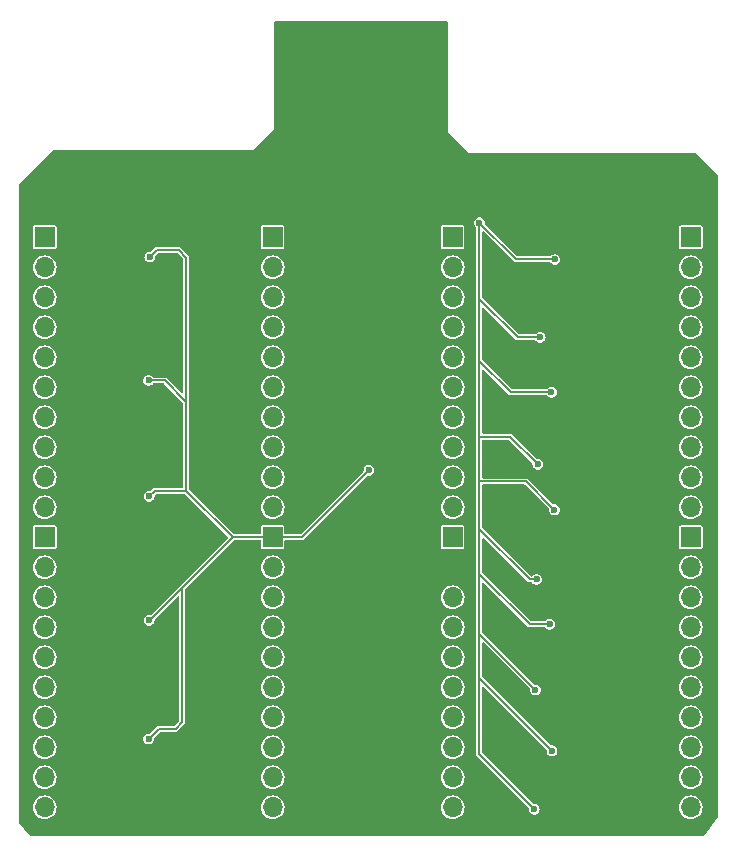
<source format=gbl>
G04 #@! TF.GenerationSoftware,KiCad,Pcbnew,8.0.1*
G04 #@! TF.CreationDate,2025-01-27T18:08:07-06:00*
G04 #@! TF.ProjectId,level-shifter,6c657665-6c2d-4736-9869-667465722e6b,rev?*
G04 #@! TF.SameCoordinates,Original*
G04 #@! TF.FileFunction,Copper,L2,Bot*
G04 #@! TF.FilePolarity,Positive*
%FSLAX46Y46*%
G04 Gerber Fmt 4.6, Leading zero omitted, Abs format (unit mm)*
G04 Created by KiCad (PCBNEW 8.0.1) date 2025-01-27 18:08:07*
%MOMM*%
%LPD*%
G01*
G04 APERTURE LIST*
G04 #@! TA.AperFunction,ComponentPad*
%ADD10R,1.700000X1.700000*%
G04 #@! TD*
G04 #@! TA.AperFunction,ComponentPad*
%ADD11O,1.700000X1.700000*%
G04 #@! TD*
G04 #@! TA.AperFunction,ComponentPad*
%ADD12O,1.100000X1.700000*%
G04 #@! TD*
G04 #@! TA.AperFunction,ViaPad*
%ADD13C,0.600000*%
G04 #@! TD*
G04 #@! TA.AperFunction,Conductor*
%ADD14C,0.200000*%
G04 #@! TD*
G04 APERTURE END LIST*
D10*
X175400000Y-91475000D03*
D11*
X175400000Y-94015000D03*
X175400000Y-96555000D03*
X175400000Y-99095000D03*
X175400000Y-101635000D03*
X175400000Y-104175000D03*
X175400000Y-106715000D03*
X175400000Y-109255000D03*
X175400000Y-111795000D03*
X175400000Y-114335000D03*
D10*
X175400000Y-66075000D03*
D11*
X175400000Y-68615000D03*
X175400000Y-71155000D03*
X175400000Y-73695000D03*
X175400000Y-76235000D03*
X175400000Y-78775000D03*
X175400000Y-81315000D03*
X175400000Y-83855000D03*
X175400000Y-86395000D03*
X175400000Y-88935000D03*
D10*
X120700000Y-66075000D03*
D11*
X120700000Y-68615000D03*
X120700000Y-71155000D03*
X120700000Y-73695000D03*
X120700000Y-76235000D03*
X120700000Y-78775000D03*
X120700000Y-81315000D03*
X120700000Y-83855000D03*
X120700000Y-86395000D03*
X120700000Y-88935000D03*
D12*
X152170000Y-52700000D03*
X152170000Y-48900000D03*
X143530000Y-52700000D03*
X143530000Y-48900000D03*
D10*
X120700000Y-91475000D03*
D11*
X120700000Y-94015000D03*
X120700000Y-96555000D03*
X120700000Y-99095000D03*
X120700000Y-101635000D03*
X120700000Y-104175000D03*
X120700000Y-106715000D03*
X120700000Y-109255000D03*
X120700000Y-111795000D03*
X120700000Y-114335000D03*
D10*
X155240000Y-91475000D03*
D11*
X155240000Y-94015000D03*
X155240000Y-96555000D03*
X155240000Y-99095000D03*
X155240000Y-101635000D03*
X155240000Y-104175000D03*
X155240000Y-106715000D03*
X155240000Y-109255000D03*
X155240000Y-111795000D03*
X155240000Y-114335000D03*
D10*
X155240000Y-66075000D03*
D11*
X155240000Y-68615000D03*
X155240000Y-71155000D03*
X155240000Y-73695000D03*
X155240000Y-76235000D03*
X155240000Y-78775000D03*
X155240000Y-81315000D03*
X155240000Y-83855000D03*
X155240000Y-86395000D03*
X155240000Y-88935000D03*
D10*
X140000000Y-91475000D03*
D11*
X140000000Y-94015000D03*
X140000000Y-96555000D03*
X140000000Y-99095000D03*
X140000000Y-101635000D03*
X140000000Y-104175000D03*
X140000000Y-106715000D03*
X140000000Y-109255000D03*
X140000000Y-111795000D03*
X140000000Y-114335000D03*
D10*
X140000000Y-66075000D03*
D11*
X140000000Y-68615000D03*
X140000000Y-71155000D03*
X140000000Y-73695000D03*
X140000000Y-76235000D03*
X140000000Y-78775000D03*
X140000000Y-81315000D03*
X140000000Y-83855000D03*
X140000000Y-86395000D03*
X140000000Y-88935000D03*
D13*
X163450000Y-98850000D03*
X129500000Y-108550000D03*
X162250000Y-104400000D03*
X163650000Y-109550000D03*
X162650000Y-74550000D03*
X129550000Y-88000000D03*
X163850000Y-89150000D03*
X129500000Y-78200000D03*
X129600000Y-67750000D03*
X162350000Y-95050000D03*
X163600000Y-79200000D03*
X162150000Y-114500000D03*
X157500000Y-64850000D03*
X129550000Y-98500000D03*
X163900000Y-67950000D03*
X148150000Y-85800000D03*
X162450000Y-85300000D03*
X129000000Y-71300000D03*
X150450000Y-56950000D03*
X150650000Y-60500000D03*
X165200000Y-71350000D03*
X128800000Y-81950000D03*
X128750000Y-102000000D03*
X164650000Y-102300000D03*
X128700000Y-111900000D03*
X145350000Y-56950000D03*
X164750000Y-92650000D03*
X154000000Y-58550000D03*
X164900000Y-82650000D03*
X128850000Y-91600000D03*
X164400000Y-112700000D03*
X143900000Y-58000000D03*
D14*
X130200000Y-67150000D02*
X129600000Y-67750000D01*
X160750000Y-74550000D02*
X162650000Y-74550000D01*
X157500000Y-82950000D02*
X157500000Y-86750000D01*
X142475000Y-91475000D02*
X148150000Y-85800000D01*
X157500000Y-76550000D02*
X157500000Y-82950000D01*
X157500000Y-98100000D02*
X157500000Y-103400000D01*
X157500000Y-99650000D02*
X162250000Y-104400000D01*
X130000000Y-87550000D02*
X129550000Y-88000000D01*
X161750000Y-98850000D02*
X163450000Y-98850000D01*
X132700000Y-80000000D02*
X132700000Y-67800000D01*
X161450000Y-86750000D02*
X163850000Y-89150000D01*
X132050000Y-67150000D02*
X130200000Y-67150000D01*
X157500000Y-90800000D02*
X157500000Y-94600000D01*
X160100000Y-82950000D02*
X162450000Y-85300000D01*
X157500000Y-64850000D02*
X157500000Y-71300000D01*
X132700000Y-67800000D02*
X132050000Y-67150000D01*
X131800000Y-107700000D02*
X130350000Y-107700000D01*
X130350000Y-107700000D02*
X129500000Y-108550000D01*
X140000000Y-91475000D02*
X142475000Y-91475000D01*
X157500000Y-86750000D02*
X161450000Y-86750000D01*
X157500000Y-82950000D02*
X160100000Y-82950000D01*
X157500000Y-109850000D02*
X162150000Y-114500000D01*
X157500000Y-94600000D02*
X157500000Y-98100000D01*
X132350000Y-95750000D02*
X129600000Y-98500000D01*
X157500000Y-103400000D02*
X157500000Y-109850000D01*
X157500000Y-98100000D02*
X157500000Y-99650000D01*
X157500000Y-94600000D02*
X161750000Y-98850000D01*
X132350000Y-95750000D02*
X132350000Y-107150000D01*
X157500000Y-76550000D02*
X160150000Y-79200000D01*
X136625000Y-91475000D02*
X132350000Y-95750000D01*
X157500000Y-86750000D02*
X157500000Y-90800000D01*
X132700000Y-80000000D02*
X130900000Y-78200000D01*
X132700000Y-87550000D02*
X132700000Y-80000000D01*
X157500000Y-103400000D02*
X163650000Y-109550000D01*
X140000000Y-91475000D02*
X136625000Y-91475000D01*
X157500000Y-71300000D02*
X160750000Y-74550000D01*
X161750000Y-95050000D02*
X162350000Y-95050000D01*
X129600000Y-98500000D02*
X129550000Y-98500000D01*
X160600000Y-67950000D02*
X163900000Y-67950000D01*
X136625000Y-91475000D02*
X132700000Y-87550000D01*
X132700000Y-87550000D02*
X130000000Y-87550000D01*
X160150000Y-79200000D02*
X163600000Y-79200000D01*
X157500000Y-90800000D02*
X161750000Y-95050000D01*
X132350000Y-107150000D02*
X131800000Y-107700000D01*
X130900000Y-78200000D02*
X129500000Y-78200000D01*
X157500000Y-64850000D02*
X160600000Y-67950000D01*
X157500000Y-71300000D02*
X157500000Y-76550000D01*
G04 #@! TA.AperFunction,Conductor*
G36*
X154827826Y-47822174D02*
G01*
X154849500Y-47874500D01*
X154849500Y-57149829D01*
X154887634Y-57241894D01*
X154887635Y-57241896D01*
X154887636Y-57241897D01*
X156508103Y-58862364D01*
X156600172Y-58900500D01*
X156699828Y-58900500D01*
X175765587Y-58900500D01*
X175817913Y-58922174D01*
X177677826Y-60782086D01*
X177699500Y-60834412D01*
X177699500Y-115122150D01*
X177684778Y-115166446D01*
X176486670Y-116769796D01*
X176437986Y-116798738D01*
X176427392Y-116799500D01*
X119511108Y-116799500D01*
X119458782Y-116777826D01*
X119454471Y-116773126D01*
X118517863Y-115659322D01*
X118500500Y-115611696D01*
X118500500Y-114335000D01*
X119694659Y-114335000D01*
X119713976Y-114531133D01*
X119771187Y-114719731D01*
X119837594Y-114843968D01*
X119864090Y-114893538D01*
X119989117Y-115045883D01*
X120141462Y-115170910D01*
X120218278Y-115211969D01*
X120315268Y-115263812D01*
X120315270Y-115263812D01*
X120315273Y-115263814D01*
X120503868Y-115321024D01*
X120700000Y-115340341D01*
X120896132Y-115321024D01*
X121084727Y-115263814D01*
X121258538Y-115170910D01*
X121410883Y-115045883D01*
X121535910Y-114893538D01*
X121628814Y-114719727D01*
X121686024Y-114531132D01*
X121705341Y-114335000D01*
X138994659Y-114335000D01*
X139013976Y-114531133D01*
X139071187Y-114719731D01*
X139137594Y-114843968D01*
X139164090Y-114893538D01*
X139289117Y-115045883D01*
X139441462Y-115170910D01*
X139518278Y-115211969D01*
X139615268Y-115263812D01*
X139615270Y-115263812D01*
X139615273Y-115263814D01*
X139803868Y-115321024D01*
X140000000Y-115340341D01*
X140196132Y-115321024D01*
X140384727Y-115263814D01*
X140558538Y-115170910D01*
X140710883Y-115045883D01*
X140835910Y-114893538D01*
X140928814Y-114719727D01*
X140986024Y-114531132D01*
X141005341Y-114335000D01*
X154234659Y-114335000D01*
X154253976Y-114531133D01*
X154311187Y-114719731D01*
X154377594Y-114843968D01*
X154404090Y-114893538D01*
X154529117Y-115045883D01*
X154681462Y-115170910D01*
X154758278Y-115211969D01*
X154855268Y-115263812D01*
X154855270Y-115263812D01*
X154855273Y-115263814D01*
X155043868Y-115321024D01*
X155240000Y-115340341D01*
X155436132Y-115321024D01*
X155624727Y-115263814D01*
X155798538Y-115170910D01*
X155950883Y-115045883D01*
X156075910Y-114893538D01*
X156168814Y-114719727D01*
X156226024Y-114531132D01*
X156245341Y-114335000D01*
X156226024Y-114138868D01*
X156168814Y-113950273D01*
X156168812Y-113950270D01*
X156168812Y-113950268D01*
X156117048Y-113853426D01*
X156075910Y-113776462D01*
X155950883Y-113624117D01*
X155798538Y-113499090D01*
X155788597Y-113493776D01*
X155624731Y-113406187D01*
X155436133Y-113348976D01*
X155240000Y-113329659D01*
X155043866Y-113348976D01*
X154855268Y-113406187D01*
X154681463Y-113499089D01*
X154529117Y-113624117D01*
X154404089Y-113776463D01*
X154311187Y-113950268D01*
X154253976Y-114138866D01*
X154234659Y-114335000D01*
X141005341Y-114335000D01*
X140986024Y-114138868D01*
X140928814Y-113950273D01*
X140928812Y-113950270D01*
X140928812Y-113950268D01*
X140877048Y-113853426D01*
X140835910Y-113776462D01*
X140710883Y-113624117D01*
X140558538Y-113499090D01*
X140548597Y-113493776D01*
X140384731Y-113406187D01*
X140196133Y-113348976D01*
X140000000Y-113329659D01*
X139803866Y-113348976D01*
X139615268Y-113406187D01*
X139441463Y-113499089D01*
X139289117Y-113624117D01*
X139164089Y-113776463D01*
X139071187Y-113950268D01*
X139013976Y-114138866D01*
X138994659Y-114335000D01*
X121705341Y-114335000D01*
X121686024Y-114138868D01*
X121628814Y-113950273D01*
X121628812Y-113950270D01*
X121628812Y-113950268D01*
X121577048Y-113853426D01*
X121535910Y-113776462D01*
X121410883Y-113624117D01*
X121258538Y-113499090D01*
X121248597Y-113493776D01*
X121084731Y-113406187D01*
X120896133Y-113348976D01*
X120700000Y-113329659D01*
X120503866Y-113348976D01*
X120315268Y-113406187D01*
X120141463Y-113499089D01*
X119989117Y-113624117D01*
X119864089Y-113776463D01*
X119771187Y-113950268D01*
X119713976Y-114138866D01*
X119694659Y-114335000D01*
X118500500Y-114335000D01*
X118500500Y-111795000D01*
X119694659Y-111795000D01*
X119713976Y-111991133D01*
X119771187Y-112179731D01*
X119858776Y-112343597D01*
X119864090Y-112353538D01*
X119989117Y-112505883D01*
X120141462Y-112630910D01*
X120218426Y-112672048D01*
X120315268Y-112723812D01*
X120315270Y-112723812D01*
X120315273Y-112723814D01*
X120503868Y-112781024D01*
X120700000Y-112800341D01*
X120896132Y-112781024D01*
X121084727Y-112723814D01*
X121258538Y-112630910D01*
X121410883Y-112505883D01*
X121535910Y-112353538D01*
X121628814Y-112179727D01*
X121686024Y-111991132D01*
X121705341Y-111795000D01*
X138994659Y-111795000D01*
X139013976Y-111991133D01*
X139071187Y-112179731D01*
X139158776Y-112343597D01*
X139164090Y-112353538D01*
X139289117Y-112505883D01*
X139441462Y-112630910D01*
X139518426Y-112672048D01*
X139615268Y-112723812D01*
X139615270Y-112723812D01*
X139615273Y-112723814D01*
X139803868Y-112781024D01*
X140000000Y-112800341D01*
X140196132Y-112781024D01*
X140384727Y-112723814D01*
X140558538Y-112630910D01*
X140710883Y-112505883D01*
X140835910Y-112353538D01*
X140928814Y-112179727D01*
X140986024Y-111991132D01*
X141005341Y-111795000D01*
X154234659Y-111795000D01*
X154253976Y-111991133D01*
X154311187Y-112179731D01*
X154398776Y-112343597D01*
X154404090Y-112353538D01*
X154529117Y-112505883D01*
X154681462Y-112630910D01*
X154758426Y-112672048D01*
X154855268Y-112723812D01*
X154855270Y-112723812D01*
X154855273Y-112723814D01*
X155043868Y-112781024D01*
X155240000Y-112800341D01*
X155436132Y-112781024D01*
X155624727Y-112723814D01*
X155798538Y-112630910D01*
X155950883Y-112505883D01*
X156075910Y-112353538D01*
X156168814Y-112179727D01*
X156226024Y-111991132D01*
X156245341Y-111795000D01*
X156226024Y-111598868D01*
X156168814Y-111410273D01*
X156168812Y-111410270D01*
X156168812Y-111410268D01*
X156117048Y-111313426D01*
X156075910Y-111236462D01*
X155950883Y-111084117D01*
X155798538Y-110959090D01*
X155788597Y-110953776D01*
X155624731Y-110866187D01*
X155436133Y-110808976D01*
X155240000Y-110789659D01*
X155043866Y-110808976D01*
X154855268Y-110866187D01*
X154681463Y-110959089D01*
X154529117Y-111084117D01*
X154404089Y-111236463D01*
X154311187Y-111410268D01*
X154253976Y-111598866D01*
X154234659Y-111795000D01*
X141005341Y-111795000D01*
X140986024Y-111598868D01*
X140928814Y-111410273D01*
X140928812Y-111410270D01*
X140928812Y-111410268D01*
X140877048Y-111313426D01*
X140835910Y-111236462D01*
X140710883Y-111084117D01*
X140558538Y-110959090D01*
X140548597Y-110953776D01*
X140384731Y-110866187D01*
X140196133Y-110808976D01*
X140000000Y-110789659D01*
X139803866Y-110808976D01*
X139615268Y-110866187D01*
X139441463Y-110959089D01*
X139289117Y-111084117D01*
X139164089Y-111236463D01*
X139071187Y-111410268D01*
X139013976Y-111598866D01*
X138994659Y-111795000D01*
X121705341Y-111795000D01*
X121686024Y-111598868D01*
X121628814Y-111410273D01*
X121628812Y-111410270D01*
X121628812Y-111410268D01*
X121577048Y-111313426D01*
X121535910Y-111236462D01*
X121410883Y-111084117D01*
X121258538Y-110959090D01*
X121248597Y-110953776D01*
X121084731Y-110866187D01*
X120896133Y-110808976D01*
X120700000Y-110789659D01*
X120503866Y-110808976D01*
X120315268Y-110866187D01*
X120141463Y-110959089D01*
X119989117Y-111084117D01*
X119864089Y-111236463D01*
X119771187Y-111410268D01*
X119713976Y-111598866D01*
X119694659Y-111795000D01*
X118500500Y-111795000D01*
X118500500Y-109255000D01*
X119694659Y-109255000D01*
X119713976Y-109451133D01*
X119771187Y-109639731D01*
X119828118Y-109746239D01*
X119864090Y-109813538D01*
X119989117Y-109965883D01*
X120141462Y-110090910D01*
X120218426Y-110132048D01*
X120315268Y-110183812D01*
X120315270Y-110183812D01*
X120315273Y-110183814D01*
X120503868Y-110241024D01*
X120700000Y-110260341D01*
X120896132Y-110241024D01*
X121084727Y-110183814D01*
X121258538Y-110090910D01*
X121410883Y-109965883D01*
X121535910Y-109813538D01*
X121628814Y-109639727D01*
X121686024Y-109451132D01*
X121705341Y-109255000D01*
X138994659Y-109255000D01*
X139013976Y-109451133D01*
X139071187Y-109639731D01*
X139128118Y-109746239D01*
X139164090Y-109813538D01*
X139289117Y-109965883D01*
X139441462Y-110090910D01*
X139518426Y-110132048D01*
X139615268Y-110183812D01*
X139615270Y-110183812D01*
X139615273Y-110183814D01*
X139803868Y-110241024D01*
X140000000Y-110260341D01*
X140196132Y-110241024D01*
X140384727Y-110183814D01*
X140558538Y-110090910D01*
X140710883Y-109965883D01*
X140835910Y-109813538D01*
X140928814Y-109639727D01*
X140986024Y-109451132D01*
X141005341Y-109255000D01*
X154234659Y-109255000D01*
X154253976Y-109451133D01*
X154311187Y-109639731D01*
X154368118Y-109746239D01*
X154404090Y-109813538D01*
X154529117Y-109965883D01*
X154681462Y-110090910D01*
X154758426Y-110132048D01*
X154855268Y-110183812D01*
X154855270Y-110183812D01*
X154855273Y-110183814D01*
X155043868Y-110241024D01*
X155240000Y-110260341D01*
X155436132Y-110241024D01*
X155624727Y-110183814D01*
X155798538Y-110090910D01*
X155950883Y-109965883D01*
X156075910Y-109813538D01*
X156168814Y-109639727D01*
X156226024Y-109451132D01*
X156245341Y-109255000D01*
X156226024Y-109058868D01*
X156168814Y-108870273D01*
X156168812Y-108870270D01*
X156168812Y-108870268D01*
X156117048Y-108773426D01*
X156075910Y-108696462D01*
X155950883Y-108544117D01*
X155798538Y-108419090D01*
X155788597Y-108413776D01*
X155624731Y-108326187D01*
X155436133Y-108268976D01*
X155240000Y-108249659D01*
X155043866Y-108268976D01*
X154855268Y-108326187D01*
X154681463Y-108419089D01*
X154529117Y-108544117D01*
X154404089Y-108696463D01*
X154311187Y-108870268D01*
X154253976Y-109058866D01*
X154234659Y-109255000D01*
X141005341Y-109255000D01*
X140986024Y-109058868D01*
X140928814Y-108870273D01*
X140928812Y-108870270D01*
X140928812Y-108870268D01*
X140877048Y-108773426D01*
X140835910Y-108696462D01*
X140710883Y-108544117D01*
X140558538Y-108419090D01*
X140548597Y-108413776D01*
X140384731Y-108326187D01*
X140196133Y-108268976D01*
X140000000Y-108249659D01*
X139803866Y-108268976D01*
X139615268Y-108326187D01*
X139441463Y-108419089D01*
X139289117Y-108544117D01*
X139164089Y-108696463D01*
X139071187Y-108870268D01*
X139013976Y-109058866D01*
X138994659Y-109255000D01*
X121705341Y-109255000D01*
X121686024Y-109058868D01*
X121628814Y-108870273D01*
X121628812Y-108870270D01*
X121628812Y-108870268D01*
X121577048Y-108773426D01*
X121535910Y-108696462D01*
X121415711Y-108550000D01*
X129044867Y-108550000D01*
X129063302Y-108678223D01*
X129063302Y-108678224D01*
X129063303Y-108678226D01*
X129117118Y-108796063D01*
X129201951Y-108893967D01*
X129310931Y-108964004D01*
X129435228Y-109000500D01*
X129564772Y-109000500D01*
X129689069Y-108964004D01*
X129798049Y-108893967D01*
X129882882Y-108796063D01*
X129936697Y-108678226D01*
X129955133Y-108550000D01*
X129947723Y-108498470D01*
X129961729Y-108443595D01*
X129968637Y-108435621D01*
X130432086Y-107972174D01*
X130484412Y-107950500D01*
X131849827Y-107950500D01*
X131849828Y-107950500D01*
X131941897Y-107912364D01*
X132562364Y-107291897D01*
X132600500Y-107199828D01*
X132600500Y-107100173D01*
X132600500Y-106715000D01*
X138994659Y-106715000D01*
X139013976Y-106911133D01*
X139071187Y-107099731D01*
X139158776Y-107263597D01*
X139164090Y-107273538D01*
X139289117Y-107425883D01*
X139441462Y-107550910D01*
X139518426Y-107592048D01*
X139615268Y-107643812D01*
X139615270Y-107643812D01*
X139615273Y-107643814D01*
X139803868Y-107701024D01*
X140000000Y-107720341D01*
X140196132Y-107701024D01*
X140384727Y-107643814D01*
X140558538Y-107550910D01*
X140710883Y-107425883D01*
X140835910Y-107273538D01*
X140928814Y-107099727D01*
X140986024Y-106911132D01*
X141005341Y-106715000D01*
X154234659Y-106715000D01*
X154253976Y-106911133D01*
X154311187Y-107099731D01*
X154398776Y-107263597D01*
X154404090Y-107273538D01*
X154529117Y-107425883D01*
X154681462Y-107550910D01*
X154758426Y-107592048D01*
X154855268Y-107643812D01*
X154855270Y-107643812D01*
X154855273Y-107643814D01*
X155043868Y-107701024D01*
X155240000Y-107720341D01*
X155436132Y-107701024D01*
X155624727Y-107643814D01*
X155798538Y-107550910D01*
X155950883Y-107425883D01*
X156075910Y-107273538D01*
X156168814Y-107099727D01*
X156226024Y-106911132D01*
X156245341Y-106715000D01*
X156226024Y-106518868D01*
X156168814Y-106330273D01*
X156168812Y-106330270D01*
X156168812Y-106330268D01*
X156117048Y-106233426D01*
X156075910Y-106156462D01*
X155950883Y-106004117D01*
X155798538Y-105879090D01*
X155788597Y-105873776D01*
X155624731Y-105786187D01*
X155436133Y-105728976D01*
X155240000Y-105709659D01*
X155043866Y-105728976D01*
X154855268Y-105786187D01*
X154681463Y-105879089D01*
X154529117Y-106004117D01*
X154404089Y-106156463D01*
X154311187Y-106330268D01*
X154253976Y-106518866D01*
X154234659Y-106715000D01*
X141005341Y-106715000D01*
X140986024Y-106518868D01*
X140928814Y-106330273D01*
X140928812Y-106330270D01*
X140928812Y-106330268D01*
X140877048Y-106233426D01*
X140835910Y-106156462D01*
X140710883Y-106004117D01*
X140558538Y-105879090D01*
X140548597Y-105873776D01*
X140384731Y-105786187D01*
X140196133Y-105728976D01*
X140000000Y-105709659D01*
X139803866Y-105728976D01*
X139615268Y-105786187D01*
X139441463Y-105879089D01*
X139289117Y-106004117D01*
X139164089Y-106156463D01*
X139071187Y-106330268D01*
X139013976Y-106518866D01*
X138994659Y-106715000D01*
X132600500Y-106715000D01*
X132600500Y-104175000D01*
X138994659Y-104175000D01*
X139013976Y-104371133D01*
X139071187Y-104559731D01*
X139117334Y-104646064D01*
X139164090Y-104733538D01*
X139289117Y-104885883D01*
X139441462Y-105010910D01*
X139518426Y-105052048D01*
X139615268Y-105103812D01*
X139615270Y-105103812D01*
X139615273Y-105103814D01*
X139803868Y-105161024D01*
X140000000Y-105180341D01*
X140196132Y-105161024D01*
X140384727Y-105103814D01*
X140558538Y-105010910D01*
X140710883Y-104885883D01*
X140835910Y-104733538D01*
X140928814Y-104559727D01*
X140986024Y-104371132D01*
X141005341Y-104175000D01*
X154234659Y-104175000D01*
X154253976Y-104371133D01*
X154311187Y-104559731D01*
X154357334Y-104646064D01*
X154404090Y-104733538D01*
X154529117Y-104885883D01*
X154681462Y-105010910D01*
X154758426Y-105052048D01*
X154855268Y-105103812D01*
X154855270Y-105103812D01*
X154855273Y-105103814D01*
X155043868Y-105161024D01*
X155240000Y-105180341D01*
X155436132Y-105161024D01*
X155624727Y-105103814D01*
X155798538Y-105010910D01*
X155950883Y-104885883D01*
X156075910Y-104733538D01*
X156168814Y-104559727D01*
X156226024Y-104371132D01*
X156245341Y-104175000D01*
X156226024Y-103978868D01*
X156168814Y-103790273D01*
X156168812Y-103790270D01*
X156168812Y-103790268D01*
X156117048Y-103693426D01*
X156075910Y-103616462D01*
X155950883Y-103464117D01*
X155798538Y-103339090D01*
X155758919Y-103317913D01*
X155624731Y-103246187D01*
X155436133Y-103188976D01*
X155240000Y-103169659D01*
X155043866Y-103188976D01*
X154855268Y-103246187D01*
X154681463Y-103339089D01*
X154529117Y-103464117D01*
X154404089Y-103616463D01*
X154311187Y-103790268D01*
X154253976Y-103978866D01*
X154234659Y-104175000D01*
X141005341Y-104175000D01*
X140986024Y-103978868D01*
X140928814Y-103790273D01*
X140928812Y-103790270D01*
X140928812Y-103790268D01*
X140877048Y-103693426D01*
X140835910Y-103616462D01*
X140710883Y-103464117D01*
X140558538Y-103339090D01*
X140518919Y-103317913D01*
X140384731Y-103246187D01*
X140196133Y-103188976D01*
X140000000Y-103169659D01*
X139803866Y-103188976D01*
X139615268Y-103246187D01*
X139441463Y-103339089D01*
X139289117Y-103464117D01*
X139164089Y-103616463D01*
X139071187Y-103790268D01*
X139013976Y-103978866D01*
X138994659Y-104175000D01*
X132600500Y-104175000D01*
X132600500Y-101635000D01*
X138994659Y-101635000D01*
X139013976Y-101831133D01*
X139071187Y-102019731D01*
X139158776Y-102183597D01*
X139164090Y-102193538D01*
X139289117Y-102345883D01*
X139441462Y-102470910D01*
X139518426Y-102512048D01*
X139615268Y-102563812D01*
X139615270Y-102563812D01*
X139615273Y-102563814D01*
X139803868Y-102621024D01*
X140000000Y-102640341D01*
X140196132Y-102621024D01*
X140384727Y-102563814D01*
X140558538Y-102470910D01*
X140710883Y-102345883D01*
X140835910Y-102193538D01*
X140928814Y-102019727D01*
X140986024Y-101831132D01*
X141005341Y-101635000D01*
X154234659Y-101635000D01*
X154253976Y-101831133D01*
X154311187Y-102019731D01*
X154398776Y-102183597D01*
X154404090Y-102193538D01*
X154529117Y-102345883D01*
X154681462Y-102470910D01*
X154758426Y-102512048D01*
X154855268Y-102563812D01*
X154855270Y-102563812D01*
X154855273Y-102563814D01*
X155043868Y-102621024D01*
X155240000Y-102640341D01*
X155436132Y-102621024D01*
X155624727Y-102563814D01*
X155798538Y-102470910D01*
X155950883Y-102345883D01*
X156075910Y-102193538D01*
X156168814Y-102019727D01*
X156226024Y-101831132D01*
X156245341Y-101635000D01*
X156226024Y-101438868D01*
X156168814Y-101250273D01*
X156168812Y-101250270D01*
X156168812Y-101250268D01*
X156117048Y-101153426D01*
X156075910Y-101076462D01*
X155950883Y-100924117D01*
X155798538Y-100799090D01*
X155788597Y-100793776D01*
X155624731Y-100706187D01*
X155436133Y-100648976D01*
X155240000Y-100629659D01*
X155043866Y-100648976D01*
X154855268Y-100706187D01*
X154681463Y-100799089D01*
X154529117Y-100924117D01*
X154404089Y-101076463D01*
X154311187Y-101250268D01*
X154253976Y-101438866D01*
X154234659Y-101635000D01*
X141005341Y-101635000D01*
X140986024Y-101438868D01*
X140928814Y-101250273D01*
X140928812Y-101250270D01*
X140928812Y-101250268D01*
X140877048Y-101153426D01*
X140835910Y-101076462D01*
X140710883Y-100924117D01*
X140558538Y-100799090D01*
X140548597Y-100793776D01*
X140384731Y-100706187D01*
X140196133Y-100648976D01*
X140000000Y-100629659D01*
X139803866Y-100648976D01*
X139615268Y-100706187D01*
X139441463Y-100799089D01*
X139289117Y-100924117D01*
X139164089Y-101076463D01*
X139071187Y-101250268D01*
X139013976Y-101438866D01*
X138994659Y-101635000D01*
X132600500Y-101635000D01*
X132600500Y-99095000D01*
X138994659Y-99095000D01*
X139013976Y-99291133D01*
X139071187Y-99479731D01*
X139106737Y-99546239D01*
X139164090Y-99653538D01*
X139289117Y-99805883D01*
X139441462Y-99930910D01*
X139518426Y-99972048D01*
X139615268Y-100023812D01*
X139615270Y-100023812D01*
X139615273Y-100023814D01*
X139803868Y-100081024D01*
X140000000Y-100100341D01*
X140196132Y-100081024D01*
X140384727Y-100023814D01*
X140558538Y-99930910D01*
X140710883Y-99805883D01*
X140835910Y-99653538D01*
X140928814Y-99479727D01*
X140986024Y-99291132D01*
X141005341Y-99095000D01*
X154234659Y-99095000D01*
X154253976Y-99291133D01*
X154311187Y-99479731D01*
X154346737Y-99546239D01*
X154404090Y-99653538D01*
X154529117Y-99805883D01*
X154681462Y-99930910D01*
X154758426Y-99972048D01*
X154855268Y-100023812D01*
X154855270Y-100023812D01*
X154855273Y-100023814D01*
X155043868Y-100081024D01*
X155240000Y-100100341D01*
X155436132Y-100081024D01*
X155624727Y-100023814D01*
X155798538Y-99930910D01*
X155950883Y-99805883D01*
X156075910Y-99653538D01*
X156168814Y-99479727D01*
X156226024Y-99291132D01*
X156245341Y-99095000D01*
X156226024Y-98898868D01*
X156168814Y-98710273D01*
X156168812Y-98710270D01*
X156168812Y-98710268D01*
X156111975Y-98603935D01*
X156075910Y-98536462D01*
X155950883Y-98384117D01*
X155798538Y-98259090D01*
X155788597Y-98253776D01*
X155624731Y-98166187D01*
X155436133Y-98108976D01*
X155240000Y-98089659D01*
X155043866Y-98108976D01*
X154855268Y-98166187D01*
X154681463Y-98259089D01*
X154529117Y-98384117D01*
X154404089Y-98536463D01*
X154311187Y-98710268D01*
X154253976Y-98898866D01*
X154234659Y-99095000D01*
X141005341Y-99095000D01*
X140986024Y-98898868D01*
X140928814Y-98710273D01*
X140928812Y-98710270D01*
X140928812Y-98710268D01*
X140871975Y-98603935D01*
X140835910Y-98536462D01*
X140710883Y-98384117D01*
X140558538Y-98259090D01*
X140548597Y-98253776D01*
X140384731Y-98166187D01*
X140196133Y-98108976D01*
X140000000Y-98089659D01*
X139803866Y-98108976D01*
X139615268Y-98166187D01*
X139441463Y-98259089D01*
X139289117Y-98384117D01*
X139164089Y-98536463D01*
X139071187Y-98710268D01*
X139013976Y-98898866D01*
X138994659Y-99095000D01*
X132600500Y-99095000D01*
X132600500Y-96555000D01*
X138994659Y-96555000D01*
X139013976Y-96751133D01*
X139071187Y-96939731D01*
X139158776Y-97103597D01*
X139164090Y-97113538D01*
X139289117Y-97265883D01*
X139441462Y-97390910D01*
X139518426Y-97432048D01*
X139615268Y-97483812D01*
X139615270Y-97483812D01*
X139615273Y-97483814D01*
X139803868Y-97541024D01*
X140000000Y-97560341D01*
X140196132Y-97541024D01*
X140384727Y-97483814D01*
X140558538Y-97390910D01*
X140710883Y-97265883D01*
X140835910Y-97113538D01*
X140928814Y-96939727D01*
X140986024Y-96751132D01*
X141005341Y-96555000D01*
X154234659Y-96555000D01*
X154253976Y-96751133D01*
X154311187Y-96939731D01*
X154398776Y-97103597D01*
X154404090Y-97113538D01*
X154529117Y-97265883D01*
X154681462Y-97390910D01*
X154758426Y-97432048D01*
X154855268Y-97483812D01*
X154855270Y-97483812D01*
X154855273Y-97483814D01*
X155043868Y-97541024D01*
X155240000Y-97560341D01*
X155436132Y-97541024D01*
X155624727Y-97483814D01*
X155798538Y-97390910D01*
X155950883Y-97265883D01*
X156075910Y-97113538D01*
X156168814Y-96939727D01*
X156226024Y-96751132D01*
X156245341Y-96555000D01*
X156226024Y-96358868D01*
X156168814Y-96170273D01*
X156168812Y-96170270D01*
X156168812Y-96170268D01*
X156117048Y-96073426D01*
X156075910Y-95996462D01*
X155950883Y-95844117D01*
X155798538Y-95719090D01*
X155788597Y-95713776D01*
X155624731Y-95626187D01*
X155436133Y-95568976D01*
X155240000Y-95549659D01*
X155043866Y-95568976D01*
X154855268Y-95626187D01*
X154681463Y-95719089D01*
X154529117Y-95844117D01*
X154404089Y-95996463D01*
X154311187Y-96170268D01*
X154253976Y-96358866D01*
X154234659Y-96555000D01*
X141005341Y-96555000D01*
X140986024Y-96358868D01*
X140928814Y-96170273D01*
X140928812Y-96170270D01*
X140928812Y-96170268D01*
X140877048Y-96073426D01*
X140835910Y-95996462D01*
X140710883Y-95844117D01*
X140558538Y-95719090D01*
X140548597Y-95713776D01*
X140384731Y-95626187D01*
X140196133Y-95568976D01*
X140000000Y-95549659D01*
X139803866Y-95568976D01*
X139615268Y-95626187D01*
X139441463Y-95719089D01*
X139289117Y-95844117D01*
X139164089Y-95996463D01*
X139071187Y-96170268D01*
X139013976Y-96358866D01*
X138994659Y-96555000D01*
X132600500Y-96555000D01*
X132600500Y-95884413D01*
X132622174Y-95832087D01*
X134439261Y-94015000D01*
X138994659Y-94015000D01*
X139013976Y-94211133D01*
X139071187Y-94399731D01*
X139151601Y-94550172D01*
X139164090Y-94573538D01*
X139289117Y-94725883D01*
X139441462Y-94850910D01*
X139518426Y-94892048D01*
X139615268Y-94943812D01*
X139615270Y-94943812D01*
X139615273Y-94943814D01*
X139803868Y-95001024D01*
X140000000Y-95020341D01*
X140196132Y-95001024D01*
X140384727Y-94943814D01*
X140558538Y-94850910D01*
X140710883Y-94725883D01*
X140835910Y-94573538D01*
X140928814Y-94399727D01*
X140986024Y-94211132D01*
X141005341Y-94015000D01*
X140986024Y-93818868D01*
X140928814Y-93630273D01*
X140928812Y-93630270D01*
X140928812Y-93630268D01*
X140877048Y-93533426D01*
X140835910Y-93456462D01*
X140710883Y-93304117D01*
X140558538Y-93179090D01*
X140548597Y-93173776D01*
X140384731Y-93086187D01*
X140196133Y-93028976D01*
X140000000Y-93009659D01*
X139803866Y-93028976D01*
X139615268Y-93086187D01*
X139441463Y-93179089D01*
X139289117Y-93304117D01*
X139164089Y-93456463D01*
X139071187Y-93630268D01*
X139013976Y-93818866D01*
X138994659Y-94015000D01*
X134439261Y-94015000D01*
X136707087Y-91747174D01*
X136759413Y-91725500D01*
X138925500Y-91725500D01*
X138977826Y-91747174D01*
X138999500Y-91799500D01*
X138999500Y-92339820D01*
X139008233Y-92383722D01*
X139041496Y-92433504D01*
X139091278Y-92466767D01*
X139135180Y-92475500D01*
X139135181Y-92475500D01*
X140864819Y-92475500D01*
X140864820Y-92475500D01*
X140908722Y-92466767D01*
X140958504Y-92433504D01*
X140991767Y-92383722D01*
X141000500Y-92339820D01*
X154239500Y-92339820D01*
X154248233Y-92383722D01*
X154281496Y-92433504D01*
X154331278Y-92466767D01*
X154375180Y-92475500D01*
X154375181Y-92475500D01*
X156104819Y-92475500D01*
X156104820Y-92475500D01*
X156148722Y-92466767D01*
X156198504Y-92433504D01*
X156231767Y-92383722D01*
X156240500Y-92339820D01*
X156240500Y-90610180D01*
X156231767Y-90566278D01*
X156198504Y-90516496D01*
X156148722Y-90483233D01*
X156104820Y-90474500D01*
X154375180Y-90474500D01*
X154353229Y-90478866D01*
X154331277Y-90483233D01*
X154281496Y-90516495D01*
X154281495Y-90516496D01*
X154248233Y-90566277D01*
X154248233Y-90566278D01*
X154239500Y-90610180D01*
X154239500Y-92339820D01*
X141000500Y-92339820D01*
X141000500Y-91799500D01*
X141022174Y-91747174D01*
X141074500Y-91725500D01*
X142524827Y-91725500D01*
X142524828Y-91725500D01*
X142616897Y-91687364D01*
X145369260Y-88935000D01*
X154234659Y-88935000D01*
X154253976Y-89131133D01*
X154311187Y-89319731D01*
X154398776Y-89483597D01*
X154404090Y-89493538D01*
X154529117Y-89645883D01*
X154681462Y-89770910D01*
X154758426Y-89812048D01*
X154855268Y-89863812D01*
X154855270Y-89863812D01*
X154855273Y-89863814D01*
X155043868Y-89921024D01*
X155240000Y-89940341D01*
X155436132Y-89921024D01*
X155624727Y-89863814D01*
X155798538Y-89770910D01*
X155950883Y-89645883D01*
X156075910Y-89493538D01*
X156168814Y-89319727D01*
X156226024Y-89131132D01*
X156245341Y-88935000D01*
X156226024Y-88738868D01*
X156168814Y-88550273D01*
X156168812Y-88550270D01*
X156168812Y-88550268D01*
X156115484Y-88450500D01*
X156075910Y-88376462D01*
X155950883Y-88224117D01*
X155798538Y-88099090D01*
X155788597Y-88093776D01*
X155624731Y-88006187D01*
X155436133Y-87948976D01*
X155240000Y-87929659D01*
X155043866Y-87948976D01*
X154855268Y-88006187D01*
X154681463Y-88099089D01*
X154529117Y-88224117D01*
X154404089Y-88376463D01*
X154311187Y-88550268D01*
X154253976Y-88738866D01*
X154234659Y-88935000D01*
X145369260Y-88935000D01*
X147909259Y-86395000D01*
X154234659Y-86395000D01*
X154253976Y-86591133D01*
X154311187Y-86779731D01*
X154398776Y-86943597D01*
X154404090Y-86953538D01*
X154529117Y-87105883D01*
X154681462Y-87230910D01*
X154758426Y-87272048D01*
X154855268Y-87323812D01*
X154855270Y-87323812D01*
X154855273Y-87323814D01*
X155043868Y-87381024D01*
X155240000Y-87400341D01*
X155436132Y-87381024D01*
X155624727Y-87323814D01*
X155798538Y-87230910D01*
X155950883Y-87105883D01*
X156075910Y-86953538D01*
X156168814Y-86779727D01*
X156226024Y-86591132D01*
X156245341Y-86395000D01*
X156226024Y-86198868D01*
X156168814Y-86010273D01*
X156168812Y-86010270D01*
X156168812Y-86010268D01*
X156103560Y-85888191D01*
X156075910Y-85836462D01*
X155950883Y-85684117D01*
X155798538Y-85559090D01*
X155774166Y-85546063D01*
X155624731Y-85466187D01*
X155436133Y-85408976D01*
X155240000Y-85389659D01*
X155043866Y-85408976D01*
X154855268Y-85466187D01*
X154681463Y-85559089D01*
X154529117Y-85684117D01*
X154404089Y-85836463D01*
X154311187Y-86010268D01*
X154253976Y-86198866D01*
X154234659Y-86395000D01*
X147909259Y-86395000D01*
X148032086Y-86272173D01*
X148084412Y-86250500D01*
X148214772Y-86250500D01*
X148339069Y-86214004D01*
X148448049Y-86143967D01*
X148532882Y-86046063D01*
X148586697Y-85928226D01*
X148605133Y-85800000D01*
X148586697Y-85671774D01*
X148532882Y-85553937D01*
X148448049Y-85456033D01*
X148344769Y-85389659D01*
X148339068Y-85385995D01*
X148214772Y-85349500D01*
X148085228Y-85349500D01*
X147960931Y-85385995D01*
X147851954Y-85456031D01*
X147851950Y-85456034D01*
X147767119Y-85553935D01*
X147713302Y-85671776D01*
X147694867Y-85800000D01*
X147702275Y-85851526D01*
X147688268Y-85906404D01*
X147681354Y-85914383D01*
X142392913Y-91202826D01*
X142340587Y-91224500D01*
X141074500Y-91224500D01*
X141022174Y-91202826D01*
X141000500Y-91150500D01*
X141000500Y-90610180D01*
X140991767Y-90566278D01*
X140958504Y-90516496D01*
X140908722Y-90483233D01*
X140864820Y-90474500D01*
X139135180Y-90474500D01*
X139113229Y-90478866D01*
X139091277Y-90483233D01*
X139041496Y-90516495D01*
X139041495Y-90516496D01*
X139008233Y-90566277D01*
X138999500Y-90610180D01*
X138999500Y-91150500D01*
X138977826Y-91202826D01*
X138925500Y-91224500D01*
X136759413Y-91224500D01*
X136707087Y-91202826D01*
X134439261Y-88935000D01*
X138994659Y-88935000D01*
X139013976Y-89131133D01*
X139071187Y-89319731D01*
X139158776Y-89483597D01*
X139164090Y-89493538D01*
X139289117Y-89645883D01*
X139441462Y-89770910D01*
X139518426Y-89812048D01*
X139615268Y-89863812D01*
X139615270Y-89863812D01*
X139615273Y-89863814D01*
X139803868Y-89921024D01*
X140000000Y-89940341D01*
X140196132Y-89921024D01*
X140384727Y-89863814D01*
X140558538Y-89770910D01*
X140710883Y-89645883D01*
X140835910Y-89493538D01*
X140928814Y-89319727D01*
X140986024Y-89131132D01*
X141005341Y-88935000D01*
X140986024Y-88738868D01*
X140928814Y-88550273D01*
X140928812Y-88550270D01*
X140928812Y-88550268D01*
X140875484Y-88450500D01*
X140835910Y-88376462D01*
X140710883Y-88224117D01*
X140558538Y-88099090D01*
X140548597Y-88093776D01*
X140384731Y-88006187D01*
X140196133Y-87948976D01*
X140000000Y-87929659D01*
X139803866Y-87948976D01*
X139615268Y-88006187D01*
X139441463Y-88099089D01*
X139289117Y-88224117D01*
X139164089Y-88376463D01*
X139071187Y-88550268D01*
X139013976Y-88738866D01*
X138994659Y-88935000D01*
X134439261Y-88935000D01*
X132972174Y-87467913D01*
X132950500Y-87415587D01*
X132950500Y-86395000D01*
X138994659Y-86395000D01*
X139013976Y-86591133D01*
X139071187Y-86779731D01*
X139158776Y-86943597D01*
X139164090Y-86953538D01*
X139289117Y-87105883D01*
X139441462Y-87230910D01*
X139518426Y-87272048D01*
X139615268Y-87323812D01*
X139615270Y-87323812D01*
X139615273Y-87323814D01*
X139803868Y-87381024D01*
X140000000Y-87400341D01*
X140196132Y-87381024D01*
X140384727Y-87323814D01*
X140558538Y-87230910D01*
X140710883Y-87105883D01*
X140835910Y-86953538D01*
X140928814Y-86779727D01*
X140986024Y-86591132D01*
X141005341Y-86395000D01*
X140986024Y-86198868D01*
X140928814Y-86010273D01*
X140928812Y-86010270D01*
X140928812Y-86010268D01*
X140863560Y-85888191D01*
X140835910Y-85836462D01*
X140710883Y-85684117D01*
X140558538Y-85559090D01*
X140534166Y-85546063D01*
X140384731Y-85466187D01*
X140196133Y-85408976D01*
X140000000Y-85389659D01*
X139803866Y-85408976D01*
X139615268Y-85466187D01*
X139441463Y-85559089D01*
X139289117Y-85684117D01*
X139164089Y-85836463D01*
X139071187Y-86010268D01*
X139013976Y-86198866D01*
X138994659Y-86395000D01*
X132950500Y-86395000D01*
X132950500Y-83855000D01*
X138994659Y-83855000D01*
X139013976Y-84051133D01*
X139071187Y-84239731D01*
X139158776Y-84403597D01*
X139164090Y-84413538D01*
X139289117Y-84565883D01*
X139441462Y-84690910D01*
X139518426Y-84732048D01*
X139615268Y-84783812D01*
X139615270Y-84783812D01*
X139615273Y-84783814D01*
X139803868Y-84841024D01*
X140000000Y-84860341D01*
X140196132Y-84841024D01*
X140384727Y-84783814D01*
X140558538Y-84690910D01*
X140710883Y-84565883D01*
X140835910Y-84413538D01*
X140928814Y-84239727D01*
X140986024Y-84051132D01*
X141005341Y-83855000D01*
X154234659Y-83855000D01*
X154253976Y-84051133D01*
X154311187Y-84239731D01*
X154398776Y-84403597D01*
X154404090Y-84413538D01*
X154529117Y-84565883D01*
X154681462Y-84690910D01*
X154758426Y-84732048D01*
X154855268Y-84783812D01*
X154855270Y-84783812D01*
X154855273Y-84783814D01*
X155043868Y-84841024D01*
X155240000Y-84860341D01*
X155436132Y-84841024D01*
X155624727Y-84783814D01*
X155798538Y-84690910D01*
X155950883Y-84565883D01*
X156075910Y-84413538D01*
X156168814Y-84239727D01*
X156226024Y-84051132D01*
X156245341Y-83855000D01*
X156226024Y-83658868D01*
X156168814Y-83470273D01*
X156168812Y-83470270D01*
X156168812Y-83470268D01*
X156117048Y-83373426D01*
X156075910Y-83296462D01*
X155950883Y-83144117D01*
X155798538Y-83019090D01*
X155788597Y-83013776D01*
X155624731Y-82926187D01*
X155436133Y-82868976D01*
X155240000Y-82849659D01*
X155043866Y-82868976D01*
X154855268Y-82926187D01*
X154681463Y-83019089D01*
X154529117Y-83144117D01*
X154404089Y-83296463D01*
X154311187Y-83470268D01*
X154253976Y-83658866D01*
X154234659Y-83855000D01*
X141005341Y-83855000D01*
X140986024Y-83658868D01*
X140928814Y-83470273D01*
X140928812Y-83470270D01*
X140928812Y-83470268D01*
X140877048Y-83373426D01*
X140835910Y-83296462D01*
X140710883Y-83144117D01*
X140558538Y-83019090D01*
X140548597Y-83013776D01*
X140384731Y-82926187D01*
X140196133Y-82868976D01*
X140000000Y-82849659D01*
X139803866Y-82868976D01*
X139615268Y-82926187D01*
X139441463Y-83019089D01*
X139289117Y-83144117D01*
X139164089Y-83296463D01*
X139071187Y-83470268D01*
X139013976Y-83658866D01*
X138994659Y-83855000D01*
X132950500Y-83855000D01*
X132950500Y-81315000D01*
X138994659Y-81315000D01*
X139013976Y-81511133D01*
X139071187Y-81699731D01*
X139158776Y-81863597D01*
X139164090Y-81873538D01*
X139289117Y-82025883D01*
X139441462Y-82150910D01*
X139518426Y-82192048D01*
X139615268Y-82243812D01*
X139615270Y-82243812D01*
X139615273Y-82243814D01*
X139803868Y-82301024D01*
X140000000Y-82320341D01*
X140196132Y-82301024D01*
X140384727Y-82243814D01*
X140558538Y-82150910D01*
X140710883Y-82025883D01*
X140835910Y-81873538D01*
X140928814Y-81699727D01*
X140986024Y-81511132D01*
X141005341Y-81315000D01*
X154234659Y-81315000D01*
X154253976Y-81511133D01*
X154311187Y-81699731D01*
X154398776Y-81863597D01*
X154404090Y-81873538D01*
X154529117Y-82025883D01*
X154681462Y-82150910D01*
X154758426Y-82192048D01*
X154855268Y-82243812D01*
X154855270Y-82243812D01*
X154855273Y-82243814D01*
X155043868Y-82301024D01*
X155240000Y-82320341D01*
X155436132Y-82301024D01*
X155624727Y-82243814D01*
X155798538Y-82150910D01*
X155950883Y-82025883D01*
X156075910Y-81873538D01*
X156168814Y-81699727D01*
X156226024Y-81511132D01*
X156245341Y-81315000D01*
X156226024Y-81118868D01*
X156168814Y-80930273D01*
X156168812Y-80930270D01*
X156168812Y-80930268D01*
X156117048Y-80833426D01*
X156075910Y-80756462D01*
X155950883Y-80604117D01*
X155798538Y-80479090D01*
X155788597Y-80473776D01*
X155624731Y-80386187D01*
X155436133Y-80328976D01*
X155240000Y-80309659D01*
X155043866Y-80328976D01*
X154855268Y-80386187D01*
X154681463Y-80479089D01*
X154529117Y-80604117D01*
X154404089Y-80756463D01*
X154311187Y-80930268D01*
X154253976Y-81118866D01*
X154234659Y-81315000D01*
X141005341Y-81315000D01*
X140986024Y-81118868D01*
X140928814Y-80930273D01*
X140928812Y-80930270D01*
X140928812Y-80930268D01*
X140877048Y-80833426D01*
X140835910Y-80756462D01*
X140710883Y-80604117D01*
X140558538Y-80479090D01*
X140548597Y-80473776D01*
X140384731Y-80386187D01*
X140196133Y-80328976D01*
X140000000Y-80309659D01*
X139803866Y-80328976D01*
X139615268Y-80386187D01*
X139441463Y-80479089D01*
X139289117Y-80604117D01*
X139164089Y-80756463D01*
X139071187Y-80930268D01*
X139013976Y-81118866D01*
X138994659Y-81315000D01*
X132950500Y-81315000D01*
X132950500Y-78775000D01*
X138994659Y-78775000D01*
X139013976Y-78971133D01*
X139071187Y-79159731D01*
X139092712Y-79200000D01*
X139164090Y-79333538D01*
X139289117Y-79485883D01*
X139441462Y-79610910D01*
X139515530Y-79650500D01*
X139615268Y-79703812D01*
X139615270Y-79703812D01*
X139615273Y-79703814D01*
X139803868Y-79761024D01*
X140000000Y-79780341D01*
X140196132Y-79761024D01*
X140384727Y-79703814D01*
X140558538Y-79610910D01*
X140710883Y-79485883D01*
X140835910Y-79333538D01*
X140928814Y-79159727D01*
X140986024Y-78971132D01*
X141005341Y-78775000D01*
X154234659Y-78775000D01*
X154253976Y-78971133D01*
X154311187Y-79159731D01*
X154332712Y-79200000D01*
X154404090Y-79333538D01*
X154529117Y-79485883D01*
X154681462Y-79610910D01*
X154755530Y-79650500D01*
X154855268Y-79703812D01*
X154855270Y-79703812D01*
X154855273Y-79703814D01*
X155043868Y-79761024D01*
X155240000Y-79780341D01*
X155436132Y-79761024D01*
X155624727Y-79703814D01*
X155798538Y-79610910D01*
X155950883Y-79485883D01*
X156075910Y-79333538D01*
X156168814Y-79159727D01*
X156226024Y-78971132D01*
X156245341Y-78775000D01*
X156226024Y-78578868D01*
X156168814Y-78390273D01*
X156168812Y-78390270D01*
X156168812Y-78390268D01*
X156117048Y-78293426D01*
X156075910Y-78216462D01*
X155950883Y-78064117D01*
X155798538Y-77939090D01*
X155770230Y-77923959D01*
X155624731Y-77846187D01*
X155436133Y-77788976D01*
X155240000Y-77769659D01*
X155043866Y-77788976D01*
X154855268Y-77846187D01*
X154681463Y-77939089D01*
X154529117Y-78064117D01*
X154404089Y-78216463D01*
X154311187Y-78390268D01*
X154253976Y-78578866D01*
X154234659Y-78775000D01*
X141005341Y-78775000D01*
X140986024Y-78578868D01*
X140928814Y-78390273D01*
X140928812Y-78390270D01*
X140928812Y-78390268D01*
X140877048Y-78293426D01*
X140835910Y-78216462D01*
X140710883Y-78064117D01*
X140558538Y-77939090D01*
X140530230Y-77923959D01*
X140384731Y-77846187D01*
X140196133Y-77788976D01*
X140000000Y-77769659D01*
X139803866Y-77788976D01*
X139615268Y-77846187D01*
X139441463Y-77939089D01*
X139289117Y-78064117D01*
X139164089Y-78216463D01*
X139071187Y-78390268D01*
X139013976Y-78578866D01*
X138994659Y-78775000D01*
X132950500Y-78775000D01*
X132950500Y-76235000D01*
X138994659Y-76235000D01*
X139013976Y-76431133D01*
X139071187Y-76619731D01*
X139158776Y-76783597D01*
X139164090Y-76793538D01*
X139289117Y-76945883D01*
X139441462Y-77070910D01*
X139518426Y-77112048D01*
X139615268Y-77163812D01*
X139615270Y-77163812D01*
X139615273Y-77163814D01*
X139803868Y-77221024D01*
X140000000Y-77240341D01*
X140196132Y-77221024D01*
X140384727Y-77163814D01*
X140558538Y-77070910D01*
X140710883Y-76945883D01*
X140835910Y-76793538D01*
X140928814Y-76619727D01*
X140986024Y-76431132D01*
X141005341Y-76235000D01*
X154234659Y-76235000D01*
X154253976Y-76431133D01*
X154311187Y-76619731D01*
X154398776Y-76783597D01*
X154404090Y-76793538D01*
X154529117Y-76945883D01*
X154681462Y-77070910D01*
X154758426Y-77112048D01*
X154855268Y-77163812D01*
X154855270Y-77163812D01*
X154855273Y-77163814D01*
X155043868Y-77221024D01*
X155240000Y-77240341D01*
X155436132Y-77221024D01*
X155624727Y-77163814D01*
X155798538Y-77070910D01*
X155950883Y-76945883D01*
X156075910Y-76793538D01*
X156168814Y-76619727D01*
X156226024Y-76431132D01*
X156245341Y-76235000D01*
X156226024Y-76038868D01*
X156168814Y-75850273D01*
X156168812Y-75850270D01*
X156168812Y-75850268D01*
X156117048Y-75753426D01*
X156075910Y-75676462D01*
X155950883Y-75524117D01*
X155798538Y-75399090D01*
X155788597Y-75393776D01*
X155624731Y-75306187D01*
X155436133Y-75248976D01*
X155240000Y-75229659D01*
X155043866Y-75248976D01*
X154855268Y-75306187D01*
X154681463Y-75399089D01*
X154529117Y-75524117D01*
X154404089Y-75676463D01*
X154311187Y-75850268D01*
X154253976Y-76038866D01*
X154234659Y-76235000D01*
X141005341Y-76235000D01*
X140986024Y-76038868D01*
X140928814Y-75850273D01*
X140928812Y-75850270D01*
X140928812Y-75850268D01*
X140877048Y-75753426D01*
X140835910Y-75676462D01*
X140710883Y-75524117D01*
X140558538Y-75399090D01*
X140548597Y-75393776D01*
X140384731Y-75306187D01*
X140196133Y-75248976D01*
X140000000Y-75229659D01*
X139803866Y-75248976D01*
X139615268Y-75306187D01*
X139441463Y-75399089D01*
X139289117Y-75524117D01*
X139164089Y-75676463D01*
X139071187Y-75850268D01*
X139013976Y-76038866D01*
X138994659Y-76235000D01*
X132950500Y-76235000D01*
X132950500Y-73695000D01*
X138994659Y-73695000D01*
X139013976Y-73891133D01*
X139071187Y-74079731D01*
X139158776Y-74243597D01*
X139164090Y-74253538D01*
X139289117Y-74405883D01*
X139441462Y-74530910D01*
X139477177Y-74550000D01*
X139615268Y-74623812D01*
X139615270Y-74623812D01*
X139615273Y-74623814D01*
X139803868Y-74681024D01*
X140000000Y-74700341D01*
X140196132Y-74681024D01*
X140384727Y-74623814D01*
X140558538Y-74530910D01*
X140710883Y-74405883D01*
X140835910Y-74253538D01*
X140928814Y-74079727D01*
X140986024Y-73891132D01*
X141005341Y-73695000D01*
X154234659Y-73695000D01*
X154253976Y-73891133D01*
X154311187Y-74079731D01*
X154398776Y-74243597D01*
X154404090Y-74253538D01*
X154529117Y-74405883D01*
X154681462Y-74530910D01*
X154717177Y-74550000D01*
X154855268Y-74623812D01*
X154855270Y-74623812D01*
X154855273Y-74623814D01*
X155043868Y-74681024D01*
X155240000Y-74700341D01*
X155436132Y-74681024D01*
X155624727Y-74623814D01*
X155798538Y-74530910D01*
X155950883Y-74405883D01*
X156075910Y-74253538D01*
X156168814Y-74079727D01*
X156226024Y-73891132D01*
X156245341Y-73695000D01*
X156226024Y-73498868D01*
X156168814Y-73310273D01*
X156168812Y-73310270D01*
X156168812Y-73310268D01*
X156117048Y-73213426D01*
X156075910Y-73136462D01*
X155950883Y-72984117D01*
X155798538Y-72859090D01*
X155788597Y-72853776D01*
X155624731Y-72766187D01*
X155436133Y-72708976D01*
X155240000Y-72689659D01*
X155043866Y-72708976D01*
X154855268Y-72766187D01*
X154681463Y-72859089D01*
X154529117Y-72984117D01*
X154404089Y-73136463D01*
X154311187Y-73310268D01*
X154253976Y-73498866D01*
X154234659Y-73695000D01*
X141005341Y-73695000D01*
X140986024Y-73498868D01*
X140928814Y-73310273D01*
X140928812Y-73310270D01*
X140928812Y-73310268D01*
X140877048Y-73213426D01*
X140835910Y-73136462D01*
X140710883Y-72984117D01*
X140558538Y-72859090D01*
X140548597Y-72853776D01*
X140384731Y-72766187D01*
X140196133Y-72708976D01*
X140000000Y-72689659D01*
X139803866Y-72708976D01*
X139615268Y-72766187D01*
X139441463Y-72859089D01*
X139289117Y-72984117D01*
X139164089Y-73136463D01*
X139071187Y-73310268D01*
X139013976Y-73498866D01*
X138994659Y-73695000D01*
X132950500Y-73695000D01*
X132950500Y-71155000D01*
X138994659Y-71155000D01*
X139013976Y-71351133D01*
X139071187Y-71539731D01*
X139158776Y-71703597D01*
X139164090Y-71713538D01*
X139289117Y-71865883D01*
X139441462Y-71990910D01*
X139476079Y-72009413D01*
X139615268Y-72083812D01*
X139615270Y-72083812D01*
X139615273Y-72083814D01*
X139803868Y-72141024D01*
X140000000Y-72160341D01*
X140196132Y-72141024D01*
X140384727Y-72083814D01*
X140558538Y-71990910D01*
X140710883Y-71865883D01*
X140835910Y-71713538D01*
X140928814Y-71539727D01*
X140986024Y-71351132D01*
X141005341Y-71155000D01*
X154234659Y-71155000D01*
X154253976Y-71351133D01*
X154311187Y-71539731D01*
X154398776Y-71703597D01*
X154404090Y-71713538D01*
X154529117Y-71865883D01*
X154681462Y-71990910D01*
X154716079Y-72009413D01*
X154855268Y-72083812D01*
X154855270Y-72083812D01*
X154855273Y-72083814D01*
X155043868Y-72141024D01*
X155240000Y-72160341D01*
X155436132Y-72141024D01*
X155624727Y-72083814D01*
X155798538Y-71990910D01*
X155950883Y-71865883D01*
X156075910Y-71713538D01*
X156168814Y-71539727D01*
X156226024Y-71351132D01*
X156245341Y-71155000D01*
X156226024Y-70958868D01*
X156168814Y-70770273D01*
X156168812Y-70770270D01*
X156168812Y-70770268D01*
X156117048Y-70673426D01*
X156075910Y-70596462D01*
X155950883Y-70444117D01*
X155798538Y-70319090D01*
X155788597Y-70313776D01*
X155624731Y-70226187D01*
X155436133Y-70168976D01*
X155240000Y-70149659D01*
X155043866Y-70168976D01*
X154855268Y-70226187D01*
X154681463Y-70319089D01*
X154529117Y-70444117D01*
X154404089Y-70596463D01*
X154311187Y-70770268D01*
X154253976Y-70958866D01*
X154234659Y-71155000D01*
X141005341Y-71155000D01*
X140986024Y-70958868D01*
X140928814Y-70770273D01*
X140928812Y-70770270D01*
X140928812Y-70770268D01*
X140877048Y-70673426D01*
X140835910Y-70596462D01*
X140710883Y-70444117D01*
X140558538Y-70319090D01*
X140548597Y-70313776D01*
X140384731Y-70226187D01*
X140196133Y-70168976D01*
X140000000Y-70149659D01*
X139803866Y-70168976D01*
X139615268Y-70226187D01*
X139441463Y-70319089D01*
X139289117Y-70444117D01*
X139164089Y-70596463D01*
X139071187Y-70770268D01*
X139013976Y-70958866D01*
X138994659Y-71155000D01*
X132950500Y-71155000D01*
X132950500Y-68615000D01*
X138994659Y-68615000D01*
X139013976Y-68811133D01*
X139071187Y-68999731D01*
X139158776Y-69163597D01*
X139164090Y-69173538D01*
X139289117Y-69325883D01*
X139441462Y-69450910D01*
X139518426Y-69492048D01*
X139615268Y-69543812D01*
X139615270Y-69543812D01*
X139615273Y-69543814D01*
X139803868Y-69601024D01*
X140000000Y-69620341D01*
X140196132Y-69601024D01*
X140384727Y-69543814D01*
X140558538Y-69450910D01*
X140710883Y-69325883D01*
X140835910Y-69173538D01*
X140928814Y-68999727D01*
X140986024Y-68811132D01*
X141005341Y-68615000D01*
X154234659Y-68615000D01*
X154253976Y-68811133D01*
X154311187Y-68999731D01*
X154398776Y-69163597D01*
X154404090Y-69173538D01*
X154529117Y-69325883D01*
X154681462Y-69450910D01*
X154758426Y-69492048D01*
X154855268Y-69543812D01*
X154855270Y-69543812D01*
X154855273Y-69543814D01*
X155043868Y-69601024D01*
X155240000Y-69620341D01*
X155436132Y-69601024D01*
X155624727Y-69543814D01*
X155798538Y-69450910D01*
X155950883Y-69325883D01*
X156075910Y-69173538D01*
X156168814Y-68999727D01*
X156226024Y-68811132D01*
X156245341Y-68615000D01*
X156226024Y-68418868D01*
X156168814Y-68230273D01*
X156168812Y-68230270D01*
X156168812Y-68230268D01*
X156087543Y-68078226D01*
X156075910Y-68056462D01*
X155950883Y-67904117D01*
X155798538Y-67779090D01*
X155788597Y-67773776D01*
X155624731Y-67686187D01*
X155436133Y-67628976D01*
X155240000Y-67609659D01*
X155043866Y-67628976D01*
X154855268Y-67686187D01*
X154681463Y-67779089D01*
X154529117Y-67904117D01*
X154404089Y-68056463D01*
X154311187Y-68230268D01*
X154253976Y-68418866D01*
X154234659Y-68615000D01*
X141005341Y-68615000D01*
X140986024Y-68418868D01*
X140928814Y-68230273D01*
X140928812Y-68230270D01*
X140928812Y-68230268D01*
X140847543Y-68078226D01*
X140835910Y-68056462D01*
X140710883Y-67904117D01*
X140558538Y-67779090D01*
X140548597Y-67773776D01*
X140384731Y-67686187D01*
X140196133Y-67628976D01*
X140000000Y-67609659D01*
X139803866Y-67628976D01*
X139615268Y-67686187D01*
X139441463Y-67779089D01*
X139289117Y-67904117D01*
X139164089Y-68056463D01*
X139071187Y-68230268D01*
X139013976Y-68418866D01*
X138994659Y-68615000D01*
X132950500Y-68615000D01*
X132950500Y-67750172D01*
X132950499Y-67750170D01*
X132912365Y-67658105D01*
X132912363Y-67658102D01*
X132837682Y-67583421D01*
X132837675Y-67583415D01*
X132194081Y-66939820D01*
X138999500Y-66939820D01*
X139008233Y-66983722D01*
X139041496Y-67033504D01*
X139091278Y-67066767D01*
X139135180Y-67075500D01*
X139135181Y-67075500D01*
X140864819Y-67075500D01*
X140864820Y-67075500D01*
X140908722Y-67066767D01*
X140958504Y-67033504D01*
X140991767Y-66983722D01*
X141000500Y-66939820D01*
X154239500Y-66939820D01*
X154248233Y-66983722D01*
X154281496Y-67033504D01*
X154331278Y-67066767D01*
X154375180Y-67075500D01*
X154375181Y-67075500D01*
X156104819Y-67075500D01*
X156104820Y-67075500D01*
X156148722Y-67066767D01*
X156198504Y-67033504D01*
X156231767Y-66983722D01*
X156240500Y-66939820D01*
X156240500Y-65210180D01*
X156231767Y-65166278D01*
X156198504Y-65116496D01*
X156148722Y-65083233D01*
X156104820Y-65074500D01*
X154375180Y-65074500D01*
X154353229Y-65078866D01*
X154331277Y-65083233D01*
X154281496Y-65116495D01*
X154281495Y-65116496D01*
X154248233Y-65166277D01*
X154248233Y-65166278D01*
X154239500Y-65210180D01*
X154239500Y-66939820D01*
X141000500Y-66939820D01*
X141000500Y-65210180D01*
X140991767Y-65166278D01*
X140958504Y-65116496D01*
X140908722Y-65083233D01*
X140864820Y-65074500D01*
X139135180Y-65074500D01*
X139113229Y-65078866D01*
X139091277Y-65083233D01*
X139041496Y-65116495D01*
X139041495Y-65116496D01*
X139008233Y-65166277D01*
X139008233Y-65166278D01*
X138999500Y-65210180D01*
X138999500Y-66939820D01*
X132194081Y-66939820D01*
X132191897Y-66937636D01*
X132191894Y-66937634D01*
X132099828Y-66899500D01*
X130249828Y-66899500D01*
X130150172Y-66899500D01*
X130058105Y-66937634D01*
X130058101Y-66937637D01*
X129717912Y-67277826D01*
X129665586Y-67299500D01*
X129535228Y-67299500D01*
X129410931Y-67335995D01*
X129301954Y-67406031D01*
X129301950Y-67406034D01*
X129217119Y-67503935D01*
X129163302Y-67621776D01*
X129144867Y-67750000D01*
X129163302Y-67878223D01*
X129163302Y-67878224D01*
X129163303Y-67878226D01*
X129217118Y-67996063D01*
X129301951Y-68093967D01*
X129410931Y-68164004D01*
X129535228Y-68200500D01*
X129664772Y-68200500D01*
X129789069Y-68164004D01*
X129898049Y-68093967D01*
X129982882Y-67996063D01*
X130036697Y-67878226D01*
X130055133Y-67750000D01*
X130047723Y-67698471D01*
X130061729Y-67643596D01*
X130068636Y-67635623D01*
X130282087Y-67422174D01*
X130334413Y-67400500D01*
X131915587Y-67400500D01*
X131967913Y-67422174D01*
X132427826Y-67882086D01*
X132449500Y-67934412D01*
X132449500Y-79216587D01*
X132427826Y-79268913D01*
X132375500Y-79290587D01*
X132323174Y-79268913D01*
X131041898Y-77987637D01*
X131041894Y-77987634D01*
X130949828Y-77949500D01*
X129912832Y-77949500D01*
X129860506Y-77927826D01*
X129856906Y-77923959D01*
X129798052Y-77856036D01*
X129798050Y-77856035D01*
X129798049Y-77856033D01*
X129693706Y-77788976D01*
X129689068Y-77785995D01*
X129564772Y-77749500D01*
X129435228Y-77749500D01*
X129310931Y-77785995D01*
X129201954Y-77856031D01*
X129201950Y-77856034D01*
X129117119Y-77953935D01*
X129063302Y-78071776D01*
X129044867Y-78200000D01*
X129063302Y-78328223D01*
X129063302Y-78328224D01*
X129063303Y-78328226D01*
X129117118Y-78446063D01*
X129201951Y-78543967D01*
X129310931Y-78614004D01*
X129435228Y-78650500D01*
X129564772Y-78650500D01*
X129689069Y-78614004D01*
X129798049Y-78543967D01*
X129856906Y-78476040D01*
X129907552Y-78450689D01*
X129912832Y-78450500D01*
X130765587Y-78450500D01*
X130817913Y-78472174D01*
X132427826Y-80082087D01*
X132449500Y-80134413D01*
X132449500Y-87225500D01*
X132427826Y-87277826D01*
X132375500Y-87299500D01*
X129950172Y-87299500D01*
X129858105Y-87337634D01*
X129858101Y-87337637D01*
X129667912Y-87527826D01*
X129615586Y-87549500D01*
X129485228Y-87549500D01*
X129360931Y-87585995D01*
X129251954Y-87656031D01*
X129251950Y-87656034D01*
X129167119Y-87753935D01*
X129113302Y-87871776D01*
X129094867Y-88000000D01*
X129113302Y-88128223D01*
X129113302Y-88128224D01*
X129113303Y-88128226D01*
X129167118Y-88246063D01*
X129251951Y-88343967D01*
X129360931Y-88414004D01*
X129485228Y-88450500D01*
X129614772Y-88450500D01*
X129739069Y-88414004D01*
X129848049Y-88343967D01*
X129932882Y-88246063D01*
X129986697Y-88128226D01*
X130005133Y-88000000D01*
X129997723Y-87948471D01*
X130011729Y-87893596D01*
X130018636Y-87885623D01*
X130082088Y-87822173D01*
X130134413Y-87800500D01*
X132565587Y-87800500D01*
X132617913Y-87822174D01*
X136218413Y-91422674D01*
X136240087Y-91475000D01*
X136218413Y-91527326D01*
X132208103Y-95537636D01*
X129708793Y-98036944D01*
X129656467Y-98058618D01*
X129635620Y-98055621D01*
X129614772Y-98049500D01*
X129485228Y-98049500D01*
X129360931Y-98085995D01*
X129251954Y-98156031D01*
X129251950Y-98156034D01*
X129167119Y-98253935D01*
X129113302Y-98371776D01*
X129094867Y-98500000D01*
X129113302Y-98628223D01*
X129113302Y-98628224D01*
X129113303Y-98628226D01*
X129167118Y-98746063D01*
X129251951Y-98843967D01*
X129360931Y-98914004D01*
X129485228Y-98950500D01*
X129614772Y-98950500D01*
X129739069Y-98914004D01*
X129848049Y-98843967D01*
X129932882Y-98746063D01*
X129986697Y-98628226D01*
X130005133Y-98500000D01*
X130004010Y-98492189D01*
X130018015Y-98437310D01*
X130024923Y-98429336D01*
X131973175Y-96481085D01*
X132025500Y-96459412D01*
X132077826Y-96481086D01*
X132099500Y-96533412D01*
X132099500Y-107015587D01*
X132077826Y-107067913D01*
X131717913Y-107427826D01*
X131665587Y-107449500D01*
X130408448Y-107449500D01*
X130408440Y-107449499D01*
X130399828Y-107449499D01*
X130300173Y-107449499D01*
X130261544Y-107465500D01*
X130208103Y-107487635D01*
X130208102Y-107487637D01*
X129617913Y-108077826D01*
X129565587Y-108099500D01*
X129435228Y-108099500D01*
X129310931Y-108135995D01*
X129201954Y-108206031D01*
X129201950Y-108206034D01*
X129117119Y-108303935D01*
X129063302Y-108421776D01*
X129044867Y-108550000D01*
X121415711Y-108550000D01*
X121410883Y-108544117D01*
X121258538Y-108419090D01*
X121248597Y-108413776D01*
X121084731Y-108326187D01*
X120896133Y-108268976D01*
X120700000Y-108249659D01*
X120503866Y-108268976D01*
X120315268Y-108326187D01*
X120141463Y-108419089D01*
X119989117Y-108544117D01*
X119864089Y-108696463D01*
X119771187Y-108870268D01*
X119713976Y-109058866D01*
X119694659Y-109255000D01*
X118500500Y-109255000D01*
X118500500Y-106715000D01*
X119694659Y-106715000D01*
X119713976Y-106911133D01*
X119771187Y-107099731D01*
X119858776Y-107263597D01*
X119864090Y-107273538D01*
X119989117Y-107425883D01*
X120141462Y-107550910D01*
X120218426Y-107592048D01*
X120315268Y-107643812D01*
X120315270Y-107643812D01*
X120315273Y-107643814D01*
X120503868Y-107701024D01*
X120700000Y-107720341D01*
X120896132Y-107701024D01*
X121084727Y-107643814D01*
X121258538Y-107550910D01*
X121410883Y-107425883D01*
X121535910Y-107273538D01*
X121628814Y-107099727D01*
X121686024Y-106911132D01*
X121705341Y-106715000D01*
X121686024Y-106518868D01*
X121628814Y-106330273D01*
X121628812Y-106330270D01*
X121628812Y-106330268D01*
X121577048Y-106233426D01*
X121535910Y-106156462D01*
X121410883Y-106004117D01*
X121258538Y-105879090D01*
X121248597Y-105873776D01*
X121084731Y-105786187D01*
X120896133Y-105728976D01*
X120700000Y-105709659D01*
X120503866Y-105728976D01*
X120315268Y-105786187D01*
X120141463Y-105879089D01*
X119989117Y-106004117D01*
X119864089Y-106156463D01*
X119771187Y-106330268D01*
X119713976Y-106518866D01*
X119694659Y-106715000D01*
X118500500Y-106715000D01*
X118500500Y-104175000D01*
X119694659Y-104175000D01*
X119713976Y-104371133D01*
X119771187Y-104559731D01*
X119817334Y-104646064D01*
X119864090Y-104733538D01*
X119989117Y-104885883D01*
X120141462Y-105010910D01*
X120218426Y-105052048D01*
X120315268Y-105103812D01*
X120315270Y-105103812D01*
X120315273Y-105103814D01*
X120503868Y-105161024D01*
X120700000Y-105180341D01*
X120896132Y-105161024D01*
X121084727Y-105103814D01*
X121258538Y-105010910D01*
X121410883Y-104885883D01*
X121535910Y-104733538D01*
X121628814Y-104559727D01*
X121686024Y-104371132D01*
X121705341Y-104175000D01*
X121686024Y-103978868D01*
X121628814Y-103790273D01*
X121628812Y-103790270D01*
X121628812Y-103790268D01*
X121577048Y-103693426D01*
X121535910Y-103616462D01*
X121410883Y-103464117D01*
X121258538Y-103339090D01*
X121218919Y-103317913D01*
X121084731Y-103246187D01*
X120896133Y-103188976D01*
X120700000Y-103169659D01*
X120503866Y-103188976D01*
X120315268Y-103246187D01*
X120141463Y-103339089D01*
X119989117Y-103464117D01*
X119864089Y-103616463D01*
X119771187Y-103790268D01*
X119713976Y-103978866D01*
X119694659Y-104175000D01*
X118500500Y-104175000D01*
X118500500Y-101635000D01*
X119694659Y-101635000D01*
X119713976Y-101831133D01*
X119771187Y-102019731D01*
X119858776Y-102183597D01*
X119864090Y-102193538D01*
X119989117Y-102345883D01*
X120141462Y-102470910D01*
X120218426Y-102512048D01*
X120315268Y-102563812D01*
X120315270Y-102563812D01*
X120315273Y-102563814D01*
X120503868Y-102621024D01*
X120700000Y-102640341D01*
X120896132Y-102621024D01*
X121084727Y-102563814D01*
X121258538Y-102470910D01*
X121410883Y-102345883D01*
X121535910Y-102193538D01*
X121628814Y-102019727D01*
X121686024Y-101831132D01*
X121705341Y-101635000D01*
X121686024Y-101438868D01*
X121628814Y-101250273D01*
X121628812Y-101250270D01*
X121628812Y-101250268D01*
X121577048Y-101153426D01*
X121535910Y-101076462D01*
X121410883Y-100924117D01*
X121258538Y-100799090D01*
X121248597Y-100793776D01*
X121084731Y-100706187D01*
X120896133Y-100648976D01*
X120700000Y-100629659D01*
X120503866Y-100648976D01*
X120315268Y-100706187D01*
X120141463Y-100799089D01*
X119989117Y-100924117D01*
X119864089Y-101076463D01*
X119771187Y-101250268D01*
X119713976Y-101438866D01*
X119694659Y-101635000D01*
X118500500Y-101635000D01*
X118500500Y-99095000D01*
X119694659Y-99095000D01*
X119713976Y-99291133D01*
X119771187Y-99479731D01*
X119806737Y-99546239D01*
X119864090Y-99653538D01*
X119989117Y-99805883D01*
X120141462Y-99930910D01*
X120218426Y-99972048D01*
X120315268Y-100023812D01*
X120315270Y-100023812D01*
X120315273Y-100023814D01*
X120503868Y-100081024D01*
X120700000Y-100100341D01*
X120896132Y-100081024D01*
X121084727Y-100023814D01*
X121258538Y-99930910D01*
X121410883Y-99805883D01*
X121535910Y-99653538D01*
X121628814Y-99479727D01*
X121686024Y-99291132D01*
X121705341Y-99095000D01*
X121686024Y-98898868D01*
X121628814Y-98710273D01*
X121628812Y-98710270D01*
X121628812Y-98710268D01*
X121571975Y-98603935D01*
X121535910Y-98536462D01*
X121410883Y-98384117D01*
X121258538Y-98259090D01*
X121248597Y-98253776D01*
X121084731Y-98166187D01*
X120896133Y-98108976D01*
X120700000Y-98089659D01*
X120503866Y-98108976D01*
X120315268Y-98166187D01*
X120141463Y-98259089D01*
X119989117Y-98384117D01*
X119864089Y-98536463D01*
X119771187Y-98710268D01*
X119713976Y-98898866D01*
X119694659Y-99095000D01*
X118500500Y-99095000D01*
X118500500Y-96555000D01*
X119694659Y-96555000D01*
X119713976Y-96751133D01*
X119771187Y-96939731D01*
X119858776Y-97103597D01*
X119864090Y-97113538D01*
X119989117Y-97265883D01*
X120141462Y-97390910D01*
X120218426Y-97432048D01*
X120315268Y-97483812D01*
X120315270Y-97483812D01*
X120315273Y-97483814D01*
X120503868Y-97541024D01*
X120700000Y-97560341D01*
X120896132Y-97541024D01*
X121084727Y-97483814D01*
X121258538Y-97390910D01*
X121410883Y-97265883D01*
X121535910Y-97113538D01*
X121628814Y-96939727D01*
X121686024Y-96751132D01*
X121705341Y-96555000D01*
X121686024Y-96358868D01*
X121628814Y-96170273D01*
X121628812Y-96170270D01*
X121628812Y-96170268D01*
X121577048Y-96073426D01*
X121535910Y-95996462D01*
X121410883Y-95844117D01*
X121258538Y-95719090D01*
X121248597Y-95713776D01*
X121084731Y-95626187D01*
X120896133Y-95568976D01*
X120700000Y-95549659D01*
X120503866Y-95568976D01*
X120315268Y-95626187D01*
X120141463Y-95719089D01*
X119989117Y-95844117D01*
X119864089Y-95996463D01*
X119771187Y-96170268D01*
X119713976Y-96358866D01*
X119694659Y-96555000D01*
X118500500Y-96555000D01*
X118500500Y-94015000D01*
X119694659Y-94015000D01*
X119713976Y-94211133D01*
X119771187Y-94399731D01*
X119851601Y-94550172D01*
X119864090Y-94573538D01*
X119989117Y-94725883D01*
X120141462Y-94850910D01*
X120218426Y-94892048D01*
X120315268Y-94943812D01*
X120315270Y-94943812D01*
X120315273Y-94943814D01*
X120503868Y-95001024D01*
X120700000Y-95020341D01*
X120896132Y-95001024D01*
X121084727Y-94943814D01*
X121258538Y-94850910D01*
X121410883Y-94725883D01*
X121535910Y-94573538D01*
X121628814Y-94399727D01*
X121686024Y-94211132D01*
X121705341Y-94015000D01*
X121686024Y-93818868D01*
X121628814Y-93630273D01*
X121628812Y-93630270D01*
X121628812Y-93630268D01*
X121577048Y-93533426D01*
X121535910Y-93456462D01*
X121410883Y-93304117D01*
X121258538Y-93179090D01*
X121248597Y-93173776D01*
X121084731Y-93086187D01*
X120896133Y-93028976D01*
X120700000Y-93009659D01*
X120503866Y-93028976D01*
X120315268Y-93086187D01*
X120141463Y-93179089D01*
X119989117Y-93304117D01*
X119864089Y-93456463D01*
X119771187Y-93630268D01*
X119713976Y-93818866D01*
X119694659Y-94015000D01*
X118500500Y-94015000D01*
X118500500Y-92339820D01*
X119699500Y-92339820D01*
X119708233Y-92383722D01*
X119741496Y-92433504D01*
X119791278Y-92466767D01*
X119835180Y-92475500D01*
X119835181Y-92475500D01*
X121564819Y-92475500D01*
X121564820Y-92475500D01*
X121608722Y-92466767D01*
X121658504Y-92433504D01*
X121691767Y-92383722D01*
X121700500Y-92339820D01*
X121700500Y-90610180D01*
X121691767Y-90566278D01*
X121658504Y-90516496D01*
X121608722Y-90483233D01*
X121564820Y-90474500D01*
X119835180Y-90474500D01*
X119813229Y-90478866D01*
X119791277Y-90483233D01*
X119741496Y-90516495D01*
X119741495Y-90516496D01*
X119708233Y-90566277D01*
X119708233Y-90566278D01*
X119699500Y-90610180D01*
X119699500Y-92339820D01*
X118500500Y-92339820D01*
X118500500Y-88935000D01*
X119694659Y-88935000D01*
X119713976Y-89131133D01*
X119771187Y-89319731D01*
X119858776Y-89483597D01*
X119864090Y-89493538D01*
X119989117Y-89645883D01*
X120141462Y-89770910D01*
X120218426Y-89812048D01*
X120315268Y-89863812D01*
X120315270Y-89863812D01*
X120315273Y-89863814D01*
X120503868Y-89921024D01*
X120700000Y-89940341D01*
X120896132Y-89921024D01*
X121084727Y-89863814D01*
X121258538Y-89770910D01*
X121410883Y-89645883D01*
X121535910Y-89493538D01*
X121628814Y-89319727D01*
X121686024Y-89131132D01*
X121705341Y-88935000D01*
X121686024Y-88738868D01*
X121628814Y-88550273D01*
X121628812Y-88550270D01*
X121628812Y-88550268D01*
X121575484Y-88450500D01*
X121535910Y-88376462D01*
X121410883Y-88224117D01*
X121258538Y-88099090D01*
X121248597Y-88093776D01*
X121084731Y-88006187D01*
X120896133Y-87948976D01*
X120700000Y-87929659D01*
X120503866Y-87948976D01*
X120315268Y-88006187D01*
X120141463Y-88099089D01*
X119989117Y-88224117D01*
X119864089Y-88376463D01*
X119771187Y-88550268D01*
X119713976Y-88738866D01*
X119694659Y-88935000D01*
X118500500Y-88935000D01*
X118500500Y-86395000D01*
X119694659Y-86395000D01*
X119713976Y-86591133D01*
X119771187Y-86779731D01*
X119858776Y-86943597D01*
X119864090Y-86953538D01*
X119989117Y-87105883D01*
X120141462Y-87230910D01*
X120218426Y-87272048D01*
X120315268Y-87323812D01*
X120315270Y-87323812D01*
X120315273Y-87323814D01*
X120503868Y-87381024D01*
X120700000Y-87400341D01*
X120896132Y-87381024D01*
X121084727Y-87323814D01*
X121258538Y-87230910D01*
X121410883Y-87105883D01*
X121535910Y-86953538D01*
X121628814Y-86779727D01*
X121686024Y-86591132D01*
X121705341Y-86395000D01*
X121686024Y-86198868D01*
X121628814Y-86010273D01*
X121628812Y-86010270D01*
X121628812Y-86010268D01*
X121563560Y-85888191D01*
X121535910Y-85836462D01*
X121410883Y-85684117D01*
X121258538Y-85559090D01*
X121234166Y-85546063D01*
X121084731Y-85466187D01*
X120896133Y-85408976D01*
X120700000Y-85389659D01*
X120503866Y-85408976D01*
X120315268Y-85466187D01*
X120141463Y-85559089D01*
X119989117Y-85684117D01*
X119864089Y-85836463D01*
X119771187Y-86010268D01*
X119713976Y-86198866D01*
X119694659Y-86395000D01*
X118500500Y-86395000D01*
X118500500Y-83855000D01*
X119694659Y-83855000D01*
X119713976Y-84051133D01*
X119771187Y-84239731D01*
X119858776Y-84403597D01*
X119864090Y-84413538D01*
X119989117Y-84565883D01*
X120141462Y-84690910D01*
X120218426Y-84732048D01*
X120315268Y-84783812D01*
X120315270Y-84783812D01*
X120315273Y-84783814D01*
X120503868Y-84841024D01*
X120700000Y-84860341D01*
X120896132Y-84841024D01*
X121084727Y-84783814D01*
X121258538Y-84690910D01*
X121410883Y-84565883D01*
X121535910Y-84413538D01*
X121628814Y-84239727D01*
X121686024Y-84051132D01*
X121705341Y-83855000D01*
X121686024Y-83658868D01*
X121628814Y-83470273D01*
X121628812Y-83470270D01*
X121628812Y-83470268D01*
X121577048Y-83373426D01*
X121535910Y-83296462D01*
X121410883Y-83144117D01*
X121258538Y-83019090D01*
X121248597Y-83013776D01*
X121084731Y-82926187D01*
X120896133Y-82868976D01*
X120700000Y-82849659D01*
X120503866Y-82868976D01*
X120315268Y-82926187D01*
X120141463Y-83019089D01*
X119989117Y-83144117D01*
X119864089Y-83296463D01*
X119771187Y-83470268D01*
X119713976Y-83658866D01*
X119694659Y-83855000D01*
X118500500Y-83855000D01*
X118500500Y-81315000D01*
X119694659Y-81315000D01*
X119713976Y-81511133D01*
X119771187Y-81699731D01*
X119858776Y-81863597D01*
X119864090Y-81873538D01*
X119989117Y-82025883D01*
X120141462Y-82150910D01*
X120218426Y-82192048D01*
X120315268Y-82243812D01*
X120315270Y-82243812D01*
X120315273Y-82243814D01*
X120503868Y-82301024D01*
X120700000Y-82320341D01*
X120896132Y-82301024D01*
X121084727Y-82243814D01*
X121258538Y-82150910D01*
X121410883Y-82025883D01*
X121535910Y-81873538D01*
X121628814Y-81699727D01*
X121686024Y-81511132D01*
X121705341Y-81315000D01*
X121686024Y-81118868D01*
X121628814Y-80930273D01*
X121628812Y-80930270D01*
X121628812Y-80930268D01*
X121577048Y-80833426D01*
X121535910Y-80756462D01*
X121410883Y-80604117D01*
X121258538Y-80479090D01*
X121248597Y-80473776D01*
X121084731Y-80386187D01*
X120896133Y-80328976D01*
X120700000Y-80309659D01*
X120503866Y-80328976D01*
X120315268Y-80386187D01*
X120141463Y-80479089D01*
X119989117Y-80604117D01*
X119864089Y-80756463D01*
X119771187Y-80930268D01*
X119713976Y-81118866D01*
X119694659Y-81315000D01*
X118500500Y-81315000D01*
X118500500Y-78775000D01*
X119694659Y-78775000D01*
X119713976Y-78971133D01*
X119771187Y-79159731D01*
X119792712Y-79200000D01*
X119864090Y-79333538D01*
X119989117Y-79485883D01*
X120141462Y-79610910D01*
X120215530Y-79650500D01*
X120315268Y-79703812D01*
X120315270Y-79703812D01*
X120315273Y-79703814D01*
X120503868Y-79761024D01*
X120700000Y-79780341D01*
X120896132Y-79761024D01*
X121084727Y-79703814D01*
X121258538Y-79610910D01*
X121410883Y-79485883D01*
X121535910Y-79333538D01*
X121628814Y-79159727D01*
X121686024Y-78971132D01*
X121705341Y-78775000D01*
X121686024Y-78578868D01*
X121628814Y-78390273D01*
X121628812Y-78390270D01*
X121628812Y-78390268D01*
X121577048Y-78293426D01*
X121535910Y-78216462D01*
X121410883Y-78064117D01*
X121258538Y-77939090D01*
X121230230Y-77923959D01*
X121084731Y-77846187D01*
X120896133Y-77788976D01*
X120700000Y-77769659D01*
X120503866Y-77788976D01*
X120315268Y-77846187D01*
X120141463Y-77939089D01*
X119989117Y-78064117D01*
X119864089Y-78216463D01*
X119771187Y-78390268D01*
X119713976Y-78578866D01*
X119694659Y-78775000D01*
X118500500Y-78775000D01*
X118500500Y-76235000D01*
X119694659Y-76235000D01*
X119713976Y-76431133D01*
X119771187Y-76619731D01*
X119858776Y-76783597D01*
X119864090Y-76793538D01*
X119989117Y-76945883D01*
X120141462Y-77070910D01*
X120218426Y-77112048D01*
X120315268Y-77163812D01*
X120315270Y-77163812D01*
X120315273Y-77163814D01*
X120503868Y-77221024D01*
X120700000Y-77240341D01*
X120896132Y-77221024D01*
X121084727Y-77163814D01*
X121258538Y-77070910D01*
X121410883Y-76945883D01*
X121535910Y-76793538D01*
X121628814Y-76619727D01*
X121686024Y-76431132D01*
X121705341Y-76235000D01*
X121686024Y-76038868D01*
X121628814Y-75850273D01*
X121628812Y-75850270D01*
X121628812Y-75850268D01*
X121577048Y-75753426D01*
X121535910Y-75676462D01*
X121410883Y-75524117D01*
X121258538Y-75399090D01*
X121248597Y-75393776D01*
X121084731Y-75306187D01*
X120896133Y-75248976D01*
X120700000Y-75229659D01*
X120503866Y-75248976D01*
X120315268Y-75306187D01*
X120141463Y-75399089D01*
X119989117Y-75524117D01*
X119864089Y-75676463D01*
X119771187Y-75850268D01*
X119713976Y-76038866D01*
X119694659Y-76235000D01*
X118500500Y-76235000D01*
X118500500Y-73695000D01*
X119694659Y-73695000D01*
X119713976Y-73891133D01*
X119771187Y-74079731D01*
X119858776Y-74243597D01*
X119864090Y-74253538D01*
X119989117Y-74405883D01*
X120141462Y-74530910D01*
X120177177Y-74550000D01*
X120315268Y-74623812D01*
X120315270Y-74623812D01*
X120315273Y-74623814D01*
X120503868Y-74681024D01*
X120700000Y-74700341D01*
X120896132Y-74681024D01*
X121084727Y-74623814D01*
X121258538Y-74530910D01*
X121410883Y-74405883D01*
X121535910Y-74253538D01*
X121628814Y-74079727D01*
X121686024Y-73891132D01*
X121705341Y-73695000D01*
X121686024Y-73498868D01*
X121628814Y-73310273D01*
X121628812Y-73310270D01*
X121628812Y-73310268D01*
X121577048Y-73213426D01*
X121535910Y-73136462D01*
X121410883Y-72984117D01*
X121258538Y-72859090D01*
X121248597Y-72853776D01*
X121084731Y-72766187D01*
X120896133Y-72708976D01*
X120700000Y-72689659D01*
X120503866Y-72708976D01*
X120315268Y-72766187D01*
X120141463Y-72859089D01*
X119989117Y-72984117D01*
X119864089Y-73136463D01*
X119771187Y-73310268D01*
X119713976Y-73498866D01*
X119694659Y-73695000D01*
X118500500Y-73695000D01*
X118500500Y-71155000D01*
X119694659Y-71155000D01*
X119713976Y-71351133D01*
X119771187Y-71539731D01*
X119858776Y-71703597D01*
X119864090Y-71713538D01*
X119989117Y-71865883D01*
X120141462Y-71990910D01*
X120176079Y-72009413D01*
X120315268Y-72083812D01*
X120315270Y-72083812D01*
X120315273Y-72083814D01*
X120503868Y-72141024D01*
X120700000Y-72160341D01*
X120896132Y-72141024D01*
X121084727Y-72083814D01*
X121258538Y-71990910D01*
X121410883Y-71865883D01*
X121535910Y-71713538D01*
X121628814Y-71539727D01*
X121686024Y-71351132D01*
X121705341Y-71155000D01*
X121686024Y-70958868D01*
X121628814Y-70770273D01*
X121628812Y-70770270D01*
X121628812Y-70770268D01*
X121577048Y-70673426D01*
X121535910Y-70596462D01*
X121410883Y-70444117D01*
X121258538Y-70319090D01*
X121248597Y-70313776D01*
X121084731Y-70226187D01*
X120896133Y-70168976D01*
X120700000Y-70149659D01*
X120503866Y-70168976D01*
X120315268Y-70226187D01*
X120141463Y-70319089D01*
X119989117Y-70444117D01*
X119864089Y-70596463D01*
X119771187Y-70770268D01*
X119713976Y-70958866D01*
X119694659Y-71155000D01*
X118500500Y-71155000D01*
X118500500Y-68615000D01*
X119694659Y-68615000D01*
X119713976Y-68811133D01*
X119771187Y-68999731D01*
X119858776Y-69163597D01*
X119864090Y-69173538D01*
X119989117Y-69325883D01*
X120141462Y-69450910D01*
X120218426Y-69492048D01*
X120315268Y-69543812D01*
X120315270Y-69543812D01*
X120315273Y-69543814D01*
X120503868Y-69601024D01*
X120700000Y-69620341D01*
X120896132Y-69601024D01*
X121084727Y-69543814D01*
X121258538Y-69450910D01*
X121410883Y-69325883D01*
X121535910Y-69173538D01*
X121628814Y-68999727D01*
X121686024Y-68811132D01*
X121705341Y-68615000D01*
X121686024Y-68418868D01*
X121628814Y-68230273D01*
X121628812Y-68230270D01*
X121628812Y-68230268D01*
X121547543Y-68078226D01*
X121535910Y-68056462D01*
X121410883Y-67904117D01*
X121258538Y-67779090D01*
X121248597Y-67773776D01*
X121084731Y-67686187D01*
X120896133Y-67628976D01*
X120700000Y-67609659D01*
X120503866Y-67628976D01*
X120315268Y-67686187D01*
X120141463Y-67779089D01*
X119989117Y-67904117D01*
X119864089Y-68056463D01*
X119771187Y-68230268D01*
X119713976Y-68418866D01*
X119694659Y-68615000D01*
X118500500Y-68615000D01*
X118500500Y-66939820D01*
X119699500Y-66939820D01*
X119708233Y-66983722D01*
X119741496Y-67033504D01*
X119791278Y-67066767D01*
X119835180Y-67075500D01*
X119835181Y-67075500D01*
X121564819Y-67075500D01*
X121564820Y-67075500D01*
X121608722Y-67066767D01*
X121658504Y-67033504D01*
X121691767Y-66983722D01*
X121700500Y-66939820D01*
X121700500Y-65210180D01*
X121691767Y-65166278D01*
X121658504Y-65116496D01*
X121608722Y-65083233D01*
X121564820Y-65074500D01*
X119835180Y-65074500D01*
X119813229Y-65078866D01*
X119791277Y-65083233D01*
X119741496Y-65116495D01*
X119741495Y-65116496D01*
X119708233Y-65166277D01*
X119708233Y-65166278D01*
X119699500Y-65210180D01*
X119699500Y-66939820D01*
X118500500Y-66939820D01*
X118500500Y-64850000D01*
X157044867Y-64850000D01*
X157063302Y-64978223D01*
X157063302Y-64978224D01*
X157063303Y-64978226D01*
X157117118Y-65096063D01*
X157201951Y-65193967D01*
X157215505Y-65202677D01*
X157247808Y-65249198D01*
X157249500Y-65264931D01*
X157249500Y-109899829D01*
X157287634Y-109991894D01*
X157287637Y-109991898D01*
X161681354Y-114385615D01*
X161703028Y-114437941D01*
X161702275Y-114448471D01*
X161694867Y-114499999D01*
X161713302Y-114628223D01*
X161713302Y-114628224D01*
X161713303Y-114628226D01*
X161767118Y-114746063D01*
X161851951Y-114843967D01*
X161960931Y-114914004D01*
X162085228Y-114950500D01*
X162214772Y-114950500D01*
X162339069Y-114914004D01*
X162448049Y-114843967D01*
X162532882Y-114746063D01*
X162586697Y-114628226D01*
X162605133Y-114500000D01*
X162586697Y-114371774D01*
X162569903Y-114335000D01*
X174394659Y-114335000D01*
X174413976Y-114531133D01*
X174471187Y-114719731D01*
X174537594Y-114843968D01*
X174564090Y-114893538D01*
X174689117Y-115045883D01*
X174841462Y-115170910D01*
X174918278Y-115211969D01*
X175015268Y-115263812D01*
X175015270Y-115263812D01*
X175015273Y-115263814D01*
X175203868Y-115321024D01*
X175400000Y-115340341D01*
X175596132Y-115321024D01*
X175784727Y-115263814D01*
X175958538Y-115170910D01*
X176110883Y-115045883D01*
X176235910Y-114893538D01*
X176328814Y-114719727D01*
X176386024Y-114531132D01*
X176405341Y-114335000D01*
X176386024Y-114138868D01*
X176328814Y-113950273D01*
X176328812Y-113950270D01*
X176328812Y-113950268D01*
X176277048Y-113853426D01*
X176235910Y-113776462D01*
X176110883Y-113624117D01*
X175958538Y-113499090D01*
X175948597Y-113493776D01*
X175784731Y-113406187D01*
X175596133Y-113348976D01*
X175400000Y-113329659D01*
X175203866Y-113348976D01*
X175015268Y-113406187D01*
X174841463Y-113499089D01*
X174689117Y-113624117D01*
X174564089Y-113776463D01*
X174471187Y-113950268D01*
X174413976Y-114138866D01*
X174394659Y-114335000D01*
X162569903Y-114335000D01*
X162532882Y-114253937D01*
X162448049Y-114156033D01*
X162381032Y-114112964D01*
X162339068Y-114085995D01*
X162214772Y-114049500D01*
X162085228Y-114049500D01*
X162084413Y-114049500D01*
X162032087Y-114027826D01*
X159799261Y-111795000D01*
X174394659Y-111795000D01*
X174413976Y-111991133D01*
X174471187Y-112179731D01*
X174558776Y-112343597D01*
X174564090Y-112353538D01*
X174689117Y-112505883D01*
X174841462Y-112630910D01*
X174918426Y-112672048D01*
X175015268Y-112723812D01*
X175015270Y-112723812D01*
X175015273Y-112723814D01*
X175203868Y-112781024D01*
X175400000Y-112800341D01*
X175596132Y-112781024D01*
X175784727Y-112723814D01*
X175958538Y-112630910D01*
X176110883Y-112505883D01*
X176235910Y-112353538D01*
X176328814Y-112179727D01*
X176386024Y-111991132D01*
X176405341Y-111795000D01*
X176386024Y-111598868D01*
X176328814Y-111410273D01*
X176328812Y-111410270D01*
X176328812Y-111410268D01*
X176277048Y-111313426D01*
X176235910Y-111236462D01*
X176110883Y-111084117D01*
X175958538Y-110959090D01*
X175948597Y-110953776D01*
X175784731Y-110866187D01*
X175596133Y-110808976D01*
X175400000Y-110789659D01*
X175203866Y-110808976D01*
X175015268Y-110866187D01*
X174841463Y-110959089D01*
X174689117Y-111084117D01*
X174564089Y-111236463D01*
X174471187Y-111410268D01*
X174413976Y-111598866D01*
X174394659Y-111795000D01*
X159799261Y-111795000D01*
X157772174Y-109767913D01*
X157750500Y-109715587D01*
X157750500Y-104183413D01*
X157772174Y-104131087D01*
X157824500Y-104109413D01*
X157876826Y-104131087D01*
X163181354Y-109435615D01*
X163203028Y-109487941D01*
X163202275Y-109498471D01*
X163194867Y-109549999D01*
X163213302Y-109678223D01*
X163213302Y-109678224D01*
X163213303Y-109678226D01*
X163267118Y-109796063D01*
X163351951Y-109893967D01*
X163460931Y-109964004D01*
X163585228Y-110000500D01*
X163714772Y-110000500D01*
X163839069Y-109964004D01*
X163948049Y-109893967D01*
X164032882Y-109796063D01*
X164086697Y-109678226D01*
X164105133Y-109550000D01*
X164086697Y-109421774D01*
X164032882Y-109303937D01*
X163990478Y-109255000D01*
X174394659Y-109255000D01*
X174413976Y-109451133D01*
X174471187Y-109639731D01*
X174528118Y-109746239D01*
X174564090Y-109813538D01*
X174689117Y-109965883D01*
X174841462Y-110090910D01*
X174918426Y-110132048D01*
X175015268Y-110183812D01*
X175015270Y-110183812D01*
X175015273Y-110183814D01*
X175203868Y-110241024D01*
X175400000Y-110260341D01*
X175596132Y-110241024D01*
X175784727Y-110183814D01*
X175958538Y-110090910D01*
X176110883Y-109965883D01*
X176235910Y-109813538D01*
X176328814Y-109639727D01*
X176386024Y-109451132D01*
X176405341Y-109255000D01*
X176386024Y-109058868D01*
X176328814Y-108870273D01*
X176328812Y-108870270D01*
X176328812Y-108870268D01*
X176277048Y-108773426D01*
X176235910Y-108696462D01*
X176110883Y-108544117D01*
X175958538Y-108419090D01*
X175948597Y-108413776D01*
X175784731Y-108326187D01*
X175596133Y-108268976D01*
X175400000Y-108249659D01*
X175203866Y-108268976D01*
X175015268Y-108326187D01*
X174841463Y-108419089D01*
X174689117Y-108544117D01*
X174564089Y-108696463D01*
X174471187Y-108870268D01*
X174413976Y-109058866D01*
X174394659Y-109255000D01*
X163990478Y-109255000D01*
X163948049Y-109206033D01*
X163881032Y-109162964D01*
X163839068Y-109135995D01*
X163714772Y-109099500D01*
X163585228Y-109099500D01*
X163584413Y-109099500D01*
X163532087Y-109077826D01*
X161169261Y-106715000D01*
X174394659Y-106715000D01*
X174413976Y-106911133D01*
X174471187Y-107099731D01*
X174558776Y-107263597D01*
X174564090Y-107273538D01*
X174689117Y-107425883D01*
X174841462Y-107550910D01*
X174918426Y-107592048D01*
X175015268Y-107643812D01*
X175015270Y-107643812D01*
X175015273Y-107643814D01*
X175203868Y-107701024D01*
X175400000Y-107720341D01*
X175596132Y-107701024D01*
X175784727Y-107643814D01*
X175958538Y-107550910D01*
X176110883Y-107425883D01*
X176235910Y-107273538D01*
X176328814Y-107099727D01*
X176386024Y-106911132D01*
X176405341Y-106715000D01*
X176386024Y-106518868D01*
X176328814Y-106330273D01*
X176328812Y-106330270D01*
X176328812Y-106330268D01*
X176277048Y-106233426D01*
X176235910Y-106156462D01*
X176110883Y-106004117D01*
X175958538Y-105879090D01*
X175948597Y-105873776D01*
X175784731Y-105786187D01*
X175596133Y-105728976D01*
X175400000Y-105709659D01*
X175203866Y-105728976D01*
X175015268Y-105786187D01*
X174841463Y-105879089D01*
X174689117Y-106004117D01*
X174564089Y-106156463D01*
X174471187Y-106330268D01*
X174413976Y-106518866D01*
X174394659Y-106715000D01*
X161169261Y-106715000D01*
X157772174Y-103317913D01*
X157750500Y-103265587D01*
X157750500Y-100433413D01*
X157772174Y-100381087D01*
X157824500Y-100359413D01*
X157876826Y-100381087D01*
X161781354Y-104285615D01*
X161803028Y-104337941D01*
X161802275Y-104348471D01*
X161794867Y-104399999D01*
X161813302Y-104528223D01*
X161813302Y-104528224D01*
X161813303Y-104528226D01*
X161867118Y-104646063D01*
X161951951Y-104743967D01*
X162060931Y-104814004D01*
X162185228Y-104850500D01*
X162314772Y-104850500D01*
X162439069Y-104814004D01*
X162548049Y-104743967D01*
X162632882Y-104646063D01*
X162686697Y-104528226D01*
X162705133Y-104400000D01*
X162686697Y-104271774D01*
X162642501Y-104175000D01*
X174394659Y-104175000D01*
X174413976Y-104371133D01*
X174471187Y-104559731D01*
X174517334Y-104646064D01*
X174564090Y-104733538D01*
X174689117Y-104885883D01*
X174841462Y-105010910D01*
X174918426Y-105052048D01*
X175015268Y-105103812D01*
X175015270Y-105103812D01*
X175015273Y-105103814D01*
X175203868Y-105161024D01*
X175400000Y-105180341D01*
X175596132Y-105161024D01*
X175784727Y-105103814D01*
X175958538Y-105010910D01*
X176110883Y-104885883D01*
X176235910Y-104733538D01*
X176328814Y-104559727D01*
X176386024Y-104371132D01*
X176405341Y-104175000D01*
X176386024Y-103978868D01*
X176328814Y-103790273D01*
X176328812Y-103790270D01*
X176328812Y-103790268D01*
X176277048Y-103693426D01*
X176235910Y-103616462D01*
X176110883Y-103464117D01*
X175958538Y-103339090D01*
X175918919Y-103317913D01*
X175784731Y-103246187D01*
X175596133Y-103188976D01*
X175400000Y-103169659D01*
X175203866Y-103188976D01*
X175015268Y-103246187D01*
X174841463Y-103339089D01*
X174689117Y-103464117D01*
X174564089Y-103616463D01*
X174471187Y-103790268D01*
X174413976Y-103978866D01*
X174394659Y-104175000D01*
X162642501Y-104175000D01*
X162632882Y-104153937D01*
X162548049Y-104056033D01*
X162468268Y-104004761D01*
X162439068Y-103985995D01*
X162314772Y-103949500D01*
X162185228Y-103949500D01*
X162184413Y-103949500D01*
X162132087Y-103927826D01*
X159839261Y-101635000D01*
X174394659Y-101635000D01*
X174413976Y-101831133D01*
X174471187Y-102019731D01*
X174558776Y-102183597D01*
X174564090Y-102193538D01*
X174689117Y-102345883D01*
X174841462Y-102470910D01*
X174918426Y-102512048D01*
X175015268Y-102563812D01*
X175015270Y-102563812D01*
X175015273Y-102563814D01*
X175203868Y-102621024D01*
X175400000Y-102640341D01*
X175596132Y-102621024D01*
X175784727Y-102563814D01*
X175958538Y-102470910D01*
X176110883Y-102345883D01*
X176235910Y-102193538D01*
X176328814Y-102019727D01*
X176386024Y-101831132D01*
X176405341Y-101635000D01*
X176386024Y-101438868D01*
X176328814Y-101250273D01*
X176328812Y-101250270D01*
X176328812Y-101250268D01*
X176277048Y-101153426D01*
X176235910Y-101076462D01*
X176110883Y-100924117D01*
X175958538Y-100799090D01*
X175948597Y-100793776D01*
X175784731Y-100706187D01*
X175596133Y-100648976D01*
X175400000Y-100629659D01*
X175203866Y-100648976D01*
X175015268Y-100706187D01*
X174841463Y-100799089D01*
X174689117Y-100924117D01*
X174564089Y-101076463D01*
X174471187Y-101250268D01*
X174413976Y-101438866D01*
X174394659Y-101635000D01*
X159839261Y-101635000D01*
X157772174Y-99567913D01*
X157750500Y-99515587D01*
X157750500Y-95383412D01*
X157772174Y-95331086D01*
X157824500Y-95309412D01*
X157876826Y-95331086D01*
X161533415Y-98987675D01*
X161533418Y-98987679D01*
X161537636Y-98991897D01*
X161608103Y-99062364D01*
X161646238Y-99078159D01*
X161646239Y-99078160D01*
X161700173Y-99100501D01*
X161808440Y-99100501D01*
X161808448Y-99100500D01*
X163037168Y-99100500D01*
X163089494Y-99122174D01*
X163093094Y-99126041D01*
X163151947Y-99193963D01*
X163151948Y-99193964D01*
X163151951Y-99193967D01*
X163260931Y-99264004D01*
X163385228Y-99300500D01*
X163514772Y-99300500D01*
X163639069Y-99264004D01*
X163748049Y-99193967D01*
X163832882Y-99096063D01*
X163833367Y-99095000D01*
X174394659Y-99095000D01*
X174413976Y-99291133D01*
X174471187Y-99479731D01*
X174506737Y-99546239D01*
X174564090Y-99653538D01*
X174689117Y-99805883D01*
X174841462Y-99930910D01*
X174918426Y-99972048D01*
X175015268Y-100023812D01*
X175015270Y-100023812D01*
X175015273Y-100023814D01*
X175203868Y-100081024D01*
X175400000Y-100100341D01*
X175596132Y-100081024D01*
X175784727Y-100023814D01*
X175958538Y-99930910D01*
X176110883Y-99805883D01*
X176235910Y-99653538D01*
X176328814Y-99479727D01*
X176386024Y-99291132D01*
X176405341Y-99095000D01*
X176386024Y-98898868D01*
X176328814Y-98710273D01*
X176328812Y-98710270D01*
X176328812Y-98710268D01*
X176271975Y-98603935D01*
X176235910Y-98536462D01*
X176110883Y-98384117D01*
X175958538Y-98259090D01*
X175948597Y-98253776D01*
X175784731Y-98166187D01*
X175596133Y-98108976D01*
X175400000Y-98089659D01*
X175203866Y-98108976D01*
X175015268Y-98166187D01*
X174841463Y-98259089D01*
X174689117Y-98384117D01*
X174564089Y-98536463D01*
X174471187Y-98710268D01*
X174413976Y-98898866D01*
X174394659Y-99095000D01*
X163833367Y-99095000D01*
X163886697Y-98978226D01*
X163905133Y-98850000D01*
X163886697Y-98721774D01*
X163832882Y-98603937D01*
X163748049Y-98506033D01*
X163641114Y-98437310D01*
X163639068Y-98435995D01*
X163514772Y-98399500D01*
X163385228Y-98399500D01*
X163260931Y-98435995D01*
X163151954Y-98506031D01*
X163151947Y-98506036D01*
X163093094Y-98573959D01*
X163042448Y-98599311D01*
X163037168Y-98599500D01*
X161884412Y-98599500D01*
X161832086Y-98577826D01*
X159809260Y-96555000D01*
X174394659Y-96555000D01*
X174413976Y-96751133D01*
X174471187Y-96939731D01*
X174558776Y-97103597D01*
X174564090Y-97113538D01*
X174689117Y-97265883D01*
X174841462Y-97390910D01*
X174918426Y-97432048D01*
X175015268Y-97483812D01*
X175015270Y-97483812D01*
X175015273Y-97483814D01*
X175203868Y-97541024D01*
X175400000Y-97560341D01*
X175596132Y-97541024D01*
X175784727Y-97483814D01*
X175958538Y-97390910D01*
X176110883Y-97265883D01*
X176235910Y-97113538D01*
X176328814Y-96939727D01*
X176386024Y-96751132D01*
X176405341Y-96555000D01*
X176386024Y-96358868D01*
X176328814Y-96170273D01*
X176328812Y-96170270D01*
X176328812Y-96170268D01*
X176277048Y-96073426D01*
X176235910Y-95996462D01*
X176110883Y-95844117D01*
X175958538Y-95719090D01*
X175948597Y-95713776D01*
X175784731Y-95626187D01*
X175596133Y-95568976D01*
X175400000Y-95549659D01*
X175203866Y-95568976D01*
X175015268Y-95626187D01*
X174841463Y-95719089D01*
X174689117Y-95844117D01*
X174564089Y-95996463D01*
X174471187Y-96170268D01*
X174413976Y-96358866D01*
X174394659Y-96555000D01*
X159809260Y-96555000D01*
X157772174Y-94517913D01*
X157750500Y-94465587D01*
X157750500Y-91583412D01*
X157772174Y-91531086D01*
X157824500Y-91509412D01*
X157876826Y-91531086D01*
X161533415Y-95187675D01*
X161533418Y-95187679D01*
X161537636Y-95191897D01*
X161608103Y-95262364D01*
X161646238Y-95278159D01*
X161646239Y-95278160D01*
X161700173Y-95300501D01*
X161808440Y-95300501D01*
X161808448Y-95300500D01*
X161937168Y-95300500D01*
X161989494Y-95322174D01*
X161993094Y-95326041D01*
X162051947Y-95393963D01*
X162051948Y-95393964D01*
X162051951Y-95393967D01*
X162160931Y-95464004D01*
X162285228Y-95500500D01*
X162414772Y-95500500D01*
X162539069Y-95464004D01*
X162648049Y-95393967D01*
X162732882Y-95296063D01*
X162786697Y-95178226D01*
X162805133Y-95050000D01*
X162786697Y-94921774D01*
X162732882Y-94803937D01*
X162648049Y-94706033D01*
X162581032Y-94662964D01*
X162539068Y-94635995D01*
X162414772Y-94599500D01*
X162285228Y-94599500D01*
X162160931Y-94635995D01*
X162051954Y-94706031D01*
X162051947Y-94706036D01*
X161993094Y-94773959D01*
X161942448Y-94799311D01*
X161937168Y-94799500D01*
X161884412Y-94799500D01*
X161832086Y-94777826D01*
X161069260Y-94015000D01*
X174394659Y-94015000D01*
X174413976Y-94211133D01*
X174471187Y-94399731D01*
X174551601Y-94550172D01*
X174564090Y-94573538D01*
X174689117Y-94725883D01*
X174841462Y-94850910D01*
X174918426Y-94892048D01*
X175015268Y-94943812D01*
X175015270Y-94943812D01*
X175015273Y-94943814D01*
X175203868Y-95001024D01*
X175400000Y-95020341D01*
X175596132Y-95001024D01*
X175784727Y-94943814D01*
X175958538Y-94850910D01*
X176110883Y-94725883D01*
X176235910Y-94573538D01*
X176328814Y-94399727D01*
X176386024Y-94211132D01*
X176405341Y-94015000D01*
X176386024Y-93818868D01*
X176328814Y-93630273D01*
X176328812Y-93630270D01*
X176328812Y-93630268D01*
X176277048Y-93533426D01*
X176235910Y-93456462D01*
X176110883Y-93304117D01*
X175958538Y-93179090D01*
X175948597Y-93173776D01*
X175784731Y-93086187D01*
X175596133Y-93028976D01*
X175400000Y-93009659D01*
X175203866Y-93028976D01*
X175015268Y-93086187D01*
X174841463Y-93179089D01*
X174689117Y-93304117D01*
X174564089Y-93456463D01*
X174471187Y-93630268D01*
X174413976Y-93818866D01*
X174394659Y-94015000D01*
X161069260Y-94015000D01*
X159394081Y-92339820D01*
X174399500Y-92339820D01*
X174408233Y-92383722D01*
X174441496Y-92433504D01*
X174491278Y-92466767D01*
X174535180Y-92475500D01*
X174535181Y-92475500D01*
X176264819Y-92475500D01*
X176264820Y-92475500D01*
X176308722Y-92466767D01*
X176358504Y-92433504D01*
X176391767Y-92383722D01*
X176400500Y-92339820D01*
X176400500Y-90610180D01*
X176391767Y-90566278D01*
X176358504Y-90516496D01*
X176308722Y-90483233D01*
X176264820Y-90474500D01*
X174535180Y-90474500D01*
X174513229Y-90478866D01*
X174491277Y-90483233D01*
X174441496Y-90516495D01*
X174441495Y-90516496D01*
X174408233Y-90566277D01*
X174408233Y-90566278D01*
X174399500Y-90610180D01*
X174399500Y-92339820D01*
X159394081Y-92339820D01*
X157772174Y-90717913D01*
X157750500Y-90665587D01*
X157750500Y-87074500D01*
X157772174Y-87022174D01*
X157824500Y-87000500D01*
X161315587Y-87000500D01*
X161367913Y-87022174D01*
X163381354Y-89035614D01*
X163403028Y-89087940D01*
X163402275Y-89098470D01*
X163394867Y-89149999D01*
X163413302Y-89278223D01*
X163413302Y-89278224D01*
X163413303Y-89278226D01*
X163467118Y-89396063D01*
X163551951Y-89493967D01*
X163660931Y-89564004D01*
X163785228Y-89600500D01*
X163914772Y-89600500D01*
X164039069Y-89564004D01*
X164148049Y-89493967D01*
X164232882Y-89396063D01*
X164286697Y-89278226D01*
X164305133Y-89150000D01*
X164286697Y-89021774D01*
X164247068Y-88935000D01*
X174394659Y-88935000D01*
X174413976Y-89131133D01*
X174471187Y-89319731D01*
X174558776Y-89483597D01*
X174564090Y-89493538D01*
X174689117Y-89645883D01*
X174841462Y-89770910D01*
X174918426Y-89812048D01*
X175015268Y-89863812D01*
X175015270Y-89863812D01*
X175015273Y-89863814D01*
X175203868Y-89921024D01*
X175400000Y-89940341D01*
X175596132Y-89921024D01*
X175784727Y-89863814D01*
X175958538Y-89770910D01*
X176110883Y-89645883D01*
X176235910Y-89493538D01*
X176328814Y-89319727D01*
X176386024Y-89131132D01*
X176405341Y-88935000D01*
X176386024Y-88738868D01*
X176328814Y-88550273D01*
X176328812Y-88550270D01*
X176328812Y-88550268D01*
X176275484Y-88450500D01*
X176235910Y-88376462D01*
X176110883Y-88224117D01*
X175958538Y-88099090D01*
X175948597Y-88093776D01*
X175784731Y-88006187D01*
X175596133Y-87948976D01*
X175400000Y-87929659D01*
X175203866Y-87948976D01*
X175015268Y-88006187D01*
X174841463Y-88099089D01*
X174689117Y-88224117D01*
X174564089Y-88376463D01*
X174471187Y-88550268D01*
X174413976Y-88738866D01*
X174394659Y-88935000D01*
X164247068Y-88935000D01*
X164232882Y-88903937D01*
X164148049Y-88806033D01*
X164043535Y-88738866D01*
X164039068Y-88735995D01*
X163914772Y-88699500D01*
X163785228Y-88699500D01*
X163784412Y-88699500D01*
X163732086Y-88677826D01*
X161591897Y-86537636D01*
X161591894Y-86537634D01*
X161499828Y-86499500D01*
X157824500Y-86499500D01*
X157772174Y-86477826D01*
X157750500Y-86425500D01*
X157750500Y-86395000D01*
X174394659Y-86395000D01*
X174413976Y-86591133D01*
X174471187Y-86779731D01*
X174558776Y-86943597D01*
X174564090Y-86953538D01*
X174689117Y-87105883D01*
X174841462Y-87230910D01*
X174918426Y-87272048D01*
X175015268Y-87323812D01*
X175015270Y-87323812D01*
X175015273Y-87323814D01*
X175203868Y-87381024D01*
X175400000Y-87400341D01*
X175596132Y-87381024D01*
X175784727Y-87323814D01*
X175958538Y-87230910D01*
X176110883Y-87105883D01*
X176235910Y-86953538D01*
X176328814Y-86779727D01*
X176386024Y-86591132D01*
X176405341Y-86395000D01*
X176386024Y-86198868D01*
X176328814Y-86010273D01*
X176328812Y-86010270D01*
X176328812Y-86010268D01*
X176263560Y-85888191D01*
X176235910Y-85836462D01*
X176110883Y-85684117D01*
X175958538Y-85559090D01*
X175934166Y-85546063D01*
X175784731Y-85466187D01*
X175596133Y-85408976D01*
X175400000Y-85389659D01*
X175203866Y-85408976D01*
X175015268Y-85466187D01*
X174841463Y-85559089D01*
X174689117Y-85684117D01*
X174564089Y-85836463D01*
X174471187Y-86010268D01*
X174413976Y-86198866D01*
X174394659Y-86395000D01*
X157750500Y-86395000D01*
X157750500Y-83274500D01*
X157772174Y-83222174D01*
X157824500Y-83200500D01*
X159965587Y-83200500D01*
X160017913Y-83222174D01*
X161981354Y-85185614D01*
X162003028Y-85237940D01*
X162002275Y-85248470D01*
X161994867Y-85299999D01*
X162013302Y-85428223D01*
X162013302Y-85428224D01*
X162013303Y-85428226D01*
X162067118Y-85546063D01*
X162151951Y-85643967D01*
X162260931Y-85714004D01*
X162385228Y-85750500D01*
X162514772Y-85750500D01*
X162639069Y-85714004D01*
X162748049Y-85643967D01*
X162832882Y-85546063D01*
X162886697Y-85428226D01*
X162905133Y-85300000D01*
X162886697Y-85171774D01*
X162832882Y-85053937D01*
X162748049Y-84956033D01*
X162681032Y-84912964D01*
X162639068Y-84885995D01*
X162514772Y-84849500D01*
X162385228Y-84849500D01*
X162384412Y-84849500D01*
X162332086Y-84827826D01*
X161359260Y-83855000D01*
X174394659Y-83855000D01*
X174413976Y-84051133D01*
X174471187Y-84239731D01*
X174558776Y-84403597D01*
X174564090Y-84413538D01*
X174689117Y-84565883D01*
X174841462Y-84690910D01*
X174918426Y-84732048D01*
X175015268Y-84783812D01*
X175015270Y-84783812D01*
X175015273Y-84783814D01*
X175203868Y-84841024D01*
X175400000Y-84860341D01*
X175596132Y-84841024D01*
X175784727Y-84783814D01*
X175958538Y-84690910D01*
X176110883Y-84565883D01*
X176235910Y-84413538D01*
X176328814Y-84239727D01*
X176386024Y-84051132D01*
X176405341Y-83855000D01*
X176386024Y-83658868D01*
X176328814Y-83470273D01*
X176328812Y-83470270D01*
X176328812Y-83470268D01*
X176277048Y-83373426D01*
X176235910Y-83296462D01*
X176110883Y-83144117D01*
X175958538Y-83019090D01*
X175948597Y-83013776D01*
X175784731Y-82926187D01*
X175596133Y-82868976D01*
X175400000Y-82849659D01*
X175203866Y-82868976D01*
X175015268Y-82926187D01*
X174841463Y-83019089D01*
X174689117Y-83144117D01*
X174564089Y-83296463D01*
X174471187Y-83470268D01*
X174413976Y-83658866D01*
X174394659Y-83855000D01*
X161359260Y-83855000D01*
X160241897Y-82737636D01*
X160241894Y-82737634D01*
X160149828Y-82699500D01*
X157824500Y-82699500D01*
X157772174Y-82677826D01*
X157750500Y-82625500D01*
X157750500Y-81315000D01*
X174394659Y-81315000D01*
X174413976Y-81511133D01*
X174471187Y-81699731D01*
X174558776Y-81863597D01*
X174564090Y-81873538D01*
X174689117Y-82025883D01*
X174841462Y-82150910D01*
X174918426Y-82192048D01*
X175015268Y-82243812D01*
X175015270Y-82243812D01*
X175015273Y-82243814D01*
X175203868Y-82301024D01*
X175400000Y-82320341D01*
X175596132Y-82301024D01*
X175784727Y-82243814D01*
X175958538Y-82150910D01*
X176110883Y-82025883D01*
X176235910Y-81873538D01*
X176328814Y-81699727D01*
X176386024Y-81511132D01*
X176405341Y-81315000D01*
X176386024Y-81118868D01*
X176328814Y-80930273D01*
X176328812Y-80930270D01*
X176328812Y-80930268D01*
X176277048Y-80833426D01*
X176235910Y-80756462D01*
X176110883Y-80604117D01*
X175958538Y-80479090D01*
X175948597Y-80473776D01*
X175784731Y-80386187D01*
X175596133Y-80328976D01*
X175400000Y-80309659D01*
X175203866Y-80328976D01*
X175015268Y-80386187D01*
X174841463Y-80479089D01*
X174689117Y-80604117D01*
X174564089Y-80756463D01*
X174471187Y-80930268D01*
X174413976Y-81118866D01*
X174394659Y-81315000D01*
X157750500Y-81315000D01*
X157750500Y-77333412D01*
X157772174Y-77281086D01*
X157824500Y-77259412D01*
X157876826Y-77281086D01*
X159933415Y-79337675D01*
X159933418Y-79337679D01*
X159937636Y-79341897D01*
X160008103Y-79412364D01*
X160100172Y-79450500D01*
X163187168Y-79450500D01*
X163239494Y-79472174D01*
X163243094Y-79476041D01*
X163301947Y-79543963D01*
X163301948Y-79543964D01*
X163301951Y-79543967D01*
X163410931Y-79614004D01*
X163535228Y-79650500D01*
X163664772Y-79650500D01*
X163789069Y-79614004D01*
X163898049Y-79543967D01*
X163982882Y-79446063D01*
X164036697Y-79328226D01*
X164055133Y-79200000D01*
X164036697Y-79071774D01*
X163982882Y-78953937D01*
X163898049Y-78856033D01*
X163831032Y-78812964D01*
X163789068Y-78785995D01*
X163751621Y-78775000D01*
X174394659Y-78775000D01*
X174413976Y-78971133D01*
X174471187Y-79159731D01*
X174492712Y-79200000D01*
X174564090Y-79333538D01*
X174689117Y-79485883D01*
X174841462Y-79610910D01*
X174915530Y-79650500D01*
X175015268Y-79703812D01*
X175015270Y-79703812D01*
X175015273Y-79703814D01*
X175203868Y-79761024D01*
X175400000Y-79780341D01*
X175596132Y-79761024D01*
X175784727Y-79703814D01*
X175958538Y-79610910D01*
X176110883Y-79485883D01*
X176235910Y-79333538D01*
X176328814Y-79159727D01*
X176386024Y-78971132D01*
X176405341Y-78775000D01*
X176386024Y-78578868D01*
X176328814Y-78390273D01*
X176328812Y-78390270D01*
X176328812Y-78390268D01*
X176277048Y-78293426D01*
X176235910Y-78216462D01*
X176110883Y-78064117D01*
X175958538Y-77939090D01*
X175930230Y-77923959D01*
X175784731Y-77846187D01*
X175596133Y-77788976D01*
X175400000Y-77769659D01*
X175203866Y-77788976D01*
X175015268Y-77846187D01*
X174841463Y-77939089D01*
X174689117Y-78064117D01*
X174564089Y-78216463D01*
X174471187Y-78390268D01*
X174413976Y-78578866D01*
X174394659Y-78775000D01*
X163751621Y-78775000D01*
X163664772Y-78749500D01*
X163535228Y-78749500D01*
X163410931Y-78785995D01*
X163301954Y-78856031D01*
X163301947Y-78856036D01*
X163243094Y-78923959D01*
X163192448Y-78949311D01*
X163187168Y-78949500D01*
X160284412Y-78949500D01*
X160232086Y-78927826D01*
X157772174Y-76467913D01*
X157750500Y-76415587D01*
X157750500Y-76235000D01*
X174394659Y-76235000D01*
X174413976Y-76431133D01*
X174471187Y-76619731D01*
X174558776Y-76783597D01*
X174564090Y-76793538D01*
X174689117Y-76945883D01*
X174841462Y-77070910D01*
X174918426Y-77112048D01*
X175015268Y-77163812D01*
X175015270Y-77163812D01*
X175015273Y-77163814D01*
X175203868Y-77221024D01*
X175400000Y-77240341D01*
X175596132Y-77221024D01*
X175784727Y-77163814D01*
X175958538Y-77070910D01*
X176110883Y-76945883D01*
X176235910Y-76793538D01*
X176328814Y-76619727D01*
X176386024Y-76431132D01*
X176405341Y-76235000D01*
X176386024Y-76038868D01*
X176328814Y-75850273D01*
X176328812Y-75850270D01*
X176328812Y-75850268D01*
X176277048Y-75753426D01*
X176235910Y-75676462D01*
X176110883Y-75524117D01*
X175958538Y-75399090D01*
X175948597Y-75393776D01*
X175784731Y-75306187D01*
X175596133Y-75248976D01*
X175400000Y-75229659D01*
X175203866Y-75248976D01*
X175015268Y-75306187D01*
X174841463Y-75399089D01*
X174689117Y-75524117D01*
X174564089Y-75676463D01*
X174471187Y-75850268D01*
X174413976Y-76038866D01*
X174394659Y-76235000D01*
X157750500Y-76235000D01*
X157750500Y-72083413D01*
X157772174Y-72031087D01*
X157824500Y-72009413D01*
X157876826Y-72031087D01*
X160608103Y-74762364D01*
X160700172Y-74800500D01*
X160799828Y-74800500D01*
X162237168Y-74800500D01*
X162289494Y-74822174D01*
X162293094Y-74826041D01*
X162351947Y-74893963D01*
X162351948Y-74893964D01*
X162351951Y-74893967D01*
X162460931Y-74964004D01*
X162585228Y-75000500D01*
X162714772Y-75000500D01*
X162839069Y-74964004D01*
X162948049Y-74893967D01*
X163032882Y-74796063D01*
X163086697Y-74678226D01*
X163105133Y-74550000D01*
X163086697Y-74421774D01*
X163032882Y-74303937D01*
X162948049Y-74206033D01*
X162881032Y-74162964D01*
X162839068Y-74135995D01*
X162714772Y-74099500D01*
X162585228Y-74099500D01*
X162460931Y-74135995D01*
X162351954Y-74206031D01*
X162351947Y-74206036D01*
X162293094Y-74273959D01*
X162242448Y-74299311D01*
X162237168Y-74299500D01*
X160884413Y-74299500D01*
X160832087Y-74277826D01*
X160249261Y-73695000D01*
X174394659Y-73695000D01*
X174413976Y-73891133D01*
X174471187Y-74079731D01*
X174558776Y-74243597D01*
X174564090Y-74253538D01*
X174689117Y-74405883D01*
X174841462Y-74530910D01*
X174877177Y-74550000D01*
X175015268Y-74623812D01*
X175015270Y-74623812D01*
X175015273Y-74623814D01*
X175203868Y-74681024D01*
X175400000Y-74700341D01*
X175596132Y-74681024D01*
X175784727Y-74623814D01*
X175958538Y-74530910D01*
X176110883Y-74405883D01*
X176235910Y-74253538D01*
X176328814Y-74079727D01*
X176386024Y-73891132D01*
X176405341Y-73695000D01*
X176386024Y-73498868D01*
X176328814Y-73310273D01*
X176328812Y-73310270D01*
X176328812Y-73310268D01*
X176277048Y-73213426D01*
X176235910Y-73136462D01*
X176110883Y-72984117D01*
X175958538Y-72859090D01*
X175948597Y-72853776D01*
X175784731Y-72766187D01*
X175596133Y-72708976D01*
X175400000Y-72689659D01*
X175203866Y-72708976D01*
X175015268Y-72766187D01*
X174841463Y-72859089D01*
X174689117Y-72984117D01*
X174564089Y-73136463D01*
X174471187Y-73310268D01*
X174413976Y-73498866D01*
X174394659Y-73695000D01*
X160249261Y-73695000D01*
X157772174Y-71217913D01*
X157750500Y-71165587D01*
X157750500Y-71155000D01*
X174394659Y-71155000D01*
X174413976Y-71351133D01*
X174471187Y-71539731D01*
X174558776Y-71703597D01*
X174564090Y-71713538D01*
X174689117Y-71865883D01*
X174841462Y-71990910D01*
X174876079Y-72009413D01*
X175015268Y-72083812D01*
X175015270Y-72083812D01*
X175015273Y-72083814D01*
X175203868Y-72141024D01*
X175400000Y-72160341D01*
X175596132Y-72141024D01*
X175784727Y-72083814D01*
X175958538Y-71990910D01*
X176110883Y-71865883D01*
X176235910Y-71713538D01*
X176328814Y-71539727D01*
X176386024Y-71351132D01*
X176405341Y-71155000D01*
X176386024Y-70958868D01*
X176328814Y-70770273D01*
X176328812Y-70770270D01*
X176328812Y-70770268D01*
X176277048Y-70673426D01*
X176235910Y-70596462D01*
X176110883Y-70444117D01*
X175958538Y-70319090D01*
X175948597Y-70313776D01*
X175784731Y-70226187D01*
X175596133Y-70168976D01*
X175400000Y-70149659D01*
X175203866Y-70168976D01*
X175015268Y-70226187D01*
X174841463Y-70319089D01*
X174689117Y-70444117D01*
X174564089Y-70596463D01*
X174471187Y-70770268D01*
X174413976Y-70958866D01*
X174394659Y-71155000D01*
X157750500Y-71155000D01*
X157750500Y-68615000D01*
X174394659Y-68615000D01*
X174413976Y-68811133D01*
X174471187Y-68999731D01*
X174558776Y-69163597D01*
X174564090Y-69173538D01*
X174689117Y-69325883D01*
X174841462Y-69450910D01*
X174918426Y-69492048D01*
X175015268Y-69543812D01*
X175015270Y-69543812D01*
X175015273Y-69543814D01*
X175203868Y-69601024D01*
X175400000Y-69620341D01*
X175596132Y-69601024D01*
X175784727Y-69543814D01*
X175958538Y-69450910D01*
X176110883Y-69325883D01*
X176235910Y-69173538D01*
X176328814Y-68999727D01*
X176386024Y-68811132D01*
X176405341Y-68615000D01*
X176386024Y-68418868D01*
X176328814Y-68230273D01*
X176328812Y-68230270D01*
X176328812Y-68230268D01*
X176247543Y-68078226D01*
X176235910Y-68056462D01*
X176110883Y-67904117D01*
X175958538Y-67779090D01*
X175948597Y-67773776D01*
X175784731Y-67686187D01*
X175596133Y-67628976D01*
X175400000Y-67609659D01*
X175203866Y-67628976D01*
X175015268Y-67686187D01*
X174841463Y-67779089D01*
X174689117Y-67904117D01*
X174564089Y-68056463D01*
X174471187Y-68230268D01*
X174413976Y-68418866D01*
X174394659Y-68615000D01*
X157750500Y-68615000D01*
X157750500Y-65633413D01*
X157772174Y-65581087D01*
X157824500Y-65559413D01*
X157876826Y-65581087D01*
X160458103Y-68162364D01*
X160550172Y-68200500D01*
X160649828Y-68200500D01*
X163487168Y-68200500D01*
X163539494Y-68222174D01*
X163543094Y-68226041D01*
X163601947Y-68293963D01*
X163601948Y-68293964D01*
X163601951Y-68293967D01*
X163710931Y-68364004D01*
X163835228Y-68400500D01*
X163964772Y-68400500D01*
X164089069Y-68364004D01*
X164198049Y-68293967D01*
X164282882Y-68196063D01*
X164336697Y-68078226D01*
X164355133Y-67950000D01*
X164336697Y-67821774D01*
X164282882Y-67703937D01*
X164198049Y-67606033D01*
X164131032Y-67562964D01*
X164089068Y-67535995D01*
X163964772Y-67499500D01*
X163835228Y-67499500D01*
X163710931Y-67535995D01*
X163601954Y-67606031D01*
X163601947Y-67606036D01*
X163543094Y-67673959D01*
X163492448Y-67699311D01*
X163487168Y-67699500D01*
X160734413Y-67699500D01*
X160682087Y-67677826D01*
X159944081Y-66939820D01*
X174399500Y-66939820D01*
X174408233Y-66983722D01*
X174441496Y-67033504D01*
X174491278Y-67066767D01*
X174535180Y-67075500D01*
X174535181Y-67075500D01*
X176264819Y-67075500D01*
X176264820Y-67075500D01*
X176308722Y-67066767D01*
X176358504Y-67033504D01*
X176391767Y-66983722D01*
X176400500Y-66939820D01*
X176400500Y-65210180D01*
X176391767Y-65166278D01*
X176358504Y-65116496D01*
X176308722Y-65083233D01*
X176264820Y-65074500D01*
X174535180Y-65074500D01*
X174513229Y-65078866D01*
X174491277Y-65083233D01*
X174441496Y-65116495D01*
X174441495Y-65116496D01*
X174408233Y-65166277D01*
X174408233Y-65166278D01*
X174399500Y-65210180D01*
X174399500Y-66939820D01*
X159944081Y-66939820D01*
X157968644Y-64964383D01*
X157946970Y-64912057D01*
X157947721Y-64901542D01*
X157955133Y-64850000D01*
X157936697Y-64721774D01*
X157882882Y-64603937D01*
X157798049Y-64506033D01*
X157731032Y-64462964D01*
X157689068Y-64435995D01*
X157564772Y-64399500D01*
X157435228Y-64399500D01*
X157310931Y-64435995D01*
X157201954Y-64506031D01*
X157201950Y-64506034D01*
X157117119Y-64603935D01*
X157063302Y-64721776D01*
X157044867Y-64850000D01*
X118500500Y-64850000D01*
X118500500Y-61634412D01*
X118522174Y-61582086D01*
X121382086Y-58722174D01*
X121434412Y-58700500D01*
X138249827Y-58700500D01*
X138249828Y-58700500D01*
X138341897Y-58662364D01*
X140112364Y-56891897D01*
X140150500Y-56799828D01*
X140150500Y-56700172D01*
X140150500Y-47874500D01*
X140172174Y-47822174D01*
X140224500Y-47800500D01*
X154775500Y-47800500D01*
X154827826Y-47822174D01*
G37*
G04 #@! TD.AperFunction*
M02*

</source>
